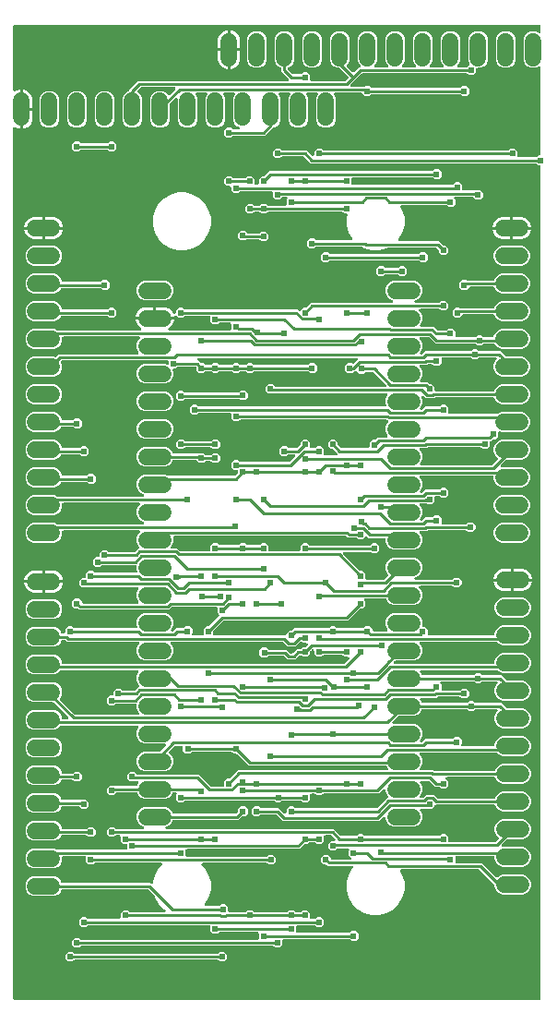
<source format=gbr>
G04 EAGLE Gerber RS-274X export*
G75*
%MOMM*%
%FSLAX34Y34*%
%LPD*%
%INBottom Copper*%
%IPPOS*%
%AMOC8*
5,1,8,0,0,1.08239X$1,22.5*%
G01*
G04 Define Apertures*
%ADD10C,1.524000*%
%ADD11C,0.254000*%
%ADD12C,0.604000*%
G36*
X495035Y11531D02*
X494540Y11430D01*
X12700Y11430D01*
X12242Y11515D01*
X11816Y11788D01*
X11531Y12205D01*
X11430Y12700D01*
X11430Y810425D01*
X11512Y810873D01*
X11781Y811301D01*
X12195Y811590D01*
X12690Y811695D01*
X13186Y811598D01*
X17029Y810006D01*
X17780Y810006D01*
X17780Y845566D01*
X17029Y845566D01*
X13186Y843974D01*
X12740Y843878D01*
X12242Y843963D01*
X11816Y844235D01*
X11531Y844652D01*
X11430Y845147D01*
X11430Y904240D01*
X11515Y904698D01*
X11788Y905124D01*
X12205Y905409D01*
X12700Y905510D01*
X494540Y905510D01*
X494998Y905425D01*
X495424Y905152D01*
X495709Y904735D01*
X495810Y904240D01*
X495810Y899227D01*
X495728Y898778D01*
X495459Y898350D01*
X495045Y898061D01*
X494550Y897957D01*
X494054Y898053D01*
X490769Y899414D01*
X487131Y899414D01*
X483770Y898022D01*
X481198Y895450D01*
X479806Y892089D01*
X479806Y873211D01*
X481198Y869850D01*
X483770Y867278D01*
X487131Y865886D01*
X490769Y865886D01*
X494054Y867247D01*
X494500Y867343D01*
X494998Y867258D01*
X495424Y866986D01*
X495709Y866569D01*
X495810Y866073D01*
X495810Y786864D01*
X495725Y786406D01*
X495452Y785980D01*
X495035Y785695D01*
X494540Y785594D01*
X493418Y785594D01*
X492040Y784216D01*
X491637Y783945D01*
X491142Y783844D01*
X475714Y783844D01*
X475256Y783929D01*
X474830Y784202D01*
X474545Y784619D01*
X474444Y785114D01*
X474444Y789282D01*
X471782Y791944D01*
X468018Y791944D01*
X466640Y790566D01*
X466237Y790295D01*
X465742Y790194D01*
X296258Y790194D01*
X295782Y790287D01*
X295360Y790566D01*
X293982Y791944D01*
X290218Y791944D01*
X287556Y789282D01*
X287556Y786261D01*
X287478Y785823D01*
X287212Y785392D01*
X286800Y785100D01*
X286306Y784992D01*
X285809Y785084D01*
X285388Y785363D01*
X280557Y790194D01*
X258158Y790194D01*
X257682Y790287D01*
X257260Y790566D01*
X255882Y791944D01*
X252118Y791944D01*
X249456Y789282D01*
X249456Y785518D01*
X252118Y782856D01*
X255882Y782856D01*
X257260Y784234D01*
X257663Y784505D01*
X258158Y784606D01*
X277717Y784606D01*
X278193Y784513D01*
X278615Y784234D01*
X284593Y778256D01*
X491142Y778256D01*
X491618Y778163D01*
X492040Y777884D01*
X493418Y776506D01*
X494540Y776506D01*
X494998Y776421D01*
X495424Y776148D01*
X495709Y775731D01*
X495810Y775236D01*
X495810Y12700D01*
X495725Y12242D01*
X495452Y11816D01*
X495035Y11531D01*
G37*
%LPC*%
G36*
X199390Y883920D02*
X208280Y883920D01*
X208280Y900430D01*
X207529Y900430D01*
X203795Y898883D01*
X200937Y896025D01*
X199390Y892291D01*
X199390Y883920D01*
G37*
G36*
X210820Y883920D02*
X219710Y883920D01*
X219710Y892291D01*
X218163Y896025D01*
X215305Y898883D01*
X211571Y900430D01*
X210820Y900430D01*
X210820Y883920D01*
G37*
G36*
X461731Y865886D02*
X465369Y865886D01*
X468730Y867278D01*
X471302Y869850D01*
X472694Y873211D01*
X472694Y892089D01*
X471302Y895450D01*
X468730Y898022D01*
X465369Y899414D01*
X461731Y899414D01*
X458370Y898022D01*
X455798Y895450D01*
X454406Y892089D01*
X454406Y873211D01*
X455798Y869850D01*
X458370Y867278D01*
X461731Y865886D01*
G37*
G36*
X207668Y801906D02*
X211432Y801906D01*
X212810Y803284D01*
X213213Y803555D01*
X213708Y803656D01*
X242457Y803656D01*
X249895Y811094D01*
X250307Y811369D01*
X252830Y812414D01*
X255402Y814986D01*
X256794Y818347D01*
X256794Y837225D01*
X255402Y840586D01*
X255130Y840858D01*
X254875Y841224D01*
X254758Y841716D01*
X254843Y842214D01*
X255115Y842640D01*
X255532Y842925D01*
X256028Y843026D01*
X264672Y843026D01*
X265111Y842948D01*
X265541Y842682D01*
X265834Y842270D01*
X265942Y841776D01*
X265850Y841279D01*
X265570Y840858D01*
X265298Y840586D01*
X263906Y837225D01*
X263906Y818347D01*
X265298Y814986D01*
X267870Y812414D01*
X271231Y811022D01*
X274869Y811022D01*
X278230Y812414D01*
X280802Y814986D01*
X282194Y818347D01*
X282194Y837225D01*
X280802Y840586D01*
X280530Y840858D01*
X280275Y841224D01*
X280158Y841716D01*
X280243Y842214D01*
X280515Y842640D01*
X280932Y842925D01*
X281428Y843026D01*
X290072Y843026D01*
X290511Y842948D01*
X290941Y842682D01*
X291234Y842270D01*
X291342Y841776D01*
X291250Y841279D01*
X290970Y840858D01*
X290698Y840586D01*
X289306Y837225D01*
X289306Y818347D01*
X290698Y814986D01*
X293270Y812414D01*
X296631Y811022D01*
X300269Y811022D01*
X303630Y812414D01*
X306202Y814986D01*
X307594Y818347D01*
X307594Y837225D01*
X306202Y840586D01*
X305930Y840858D01*
X305675Y841224D01*
X305558Y841716D01*
X305643Y842214D01*
X305915Y842640D01*
X306332Y842925D01*
X306828Y843026D01*
X331122Y843026D01*
X331598Y842933D01*
X332020Y842654D01*
X334668Y840006D01*
X338432Y840006D01*
X339810Y841384D01*
X340213Y841655D01*
X340708Y841756D01*
X421292Y841756D01*
X421768Y841663D01*
X422190Y841384D01*
X423568Y840006D01*
X427332Y840006D01*
X429994Y842668D01*
X429994Y846432D01*
X427332Y849094D01*
X423568Y849094D01*
X422190Y847716D01*
X421787Y847445D01*
X421292Y847344D01*
X340708Y847344D01*
X340232Y847437D01*
X339810Y847716D01*
X338432Y849094D01*
X334668Y849094D01*
X334560Y848986D01*
X334157Y848715D01*
X333662Y848614D01*
X322231Y848614D01*
X321793Y848692D01*
X321362Y848958D01*
X321070Y849370D01*
X320962Y849864D01*
X321054Y850361D01*
X321333Y850782D01*
X330985Y860434D01*
X331388Y860705D01*
X331883Y860806D01*
X427642Y860806D01*
X428118Y860713D01*
X428540Y860434D01*
X429918Y859056D01*
X433682Y859056D01*
X436344Y861718D01*
X436344Y864616D01*
X436429Y865074D01*
X436702Y865500D01*
X437119Y865785D01*
X437614Y865886D01*
X439969Y865886D01*
X443330Y867278D01*
X445902Y869850D01*
X447294Y873211D01*
X447294Y892089D01*
X445902Y895450D01*
X443330Y898022D01*
X439969Y899414D01*
X436331Y899414D01*
X432970Y898022D01*
X430398Y895450D01*
X429006Y892089D01*
X429006Y873211D01*
X430432Y869767D01*
X430529Y869302D01*
X430436Y868805D01*
X430157Y868383D01*
X428540Y866766D01*
X428137Y866495D01*
X427642Y866394D01*
X420112Y866394D01*
X419673Y866472D01*
X419243Y866738D01*
X418950Y867150D01*
X418842Y867644D01*
X418934Y868141D01*
X419214Y868562D01*
X420502Y869850D01*
X421894Y873211D01*
X421894Y892089D01*
X420502Y895450D01*
X417930Y898022D01*
X414569Y899414D01*
X410931Y899414D01*
X407570Y898022D01*
X404998Y895450D01*
X403606Y892089D01*
X403606Y873211D01*
X404998Y869850D01*
X406286Y868562D01*
X406541Y868196D01*
X406658Y867704D01*
X406573Y867206D01*
X406301Y866780D01*
X405884Y866495D01*
X405388Y866394D01*
X394712Y866394D01*
X394273Y866472D01*
X393843Y866738D01*
X393550Y867150D01*
X393442Y867644D01*
X393534Y868141D01*
X393814Y868562D01*
X395102Y869850D01*
X396494Y873211D01*
X396494Y892089D01*
X395102Y895450D01*
X392530Y898022D01*
X389169Y899414D01*
X385531Y899414D01*
X382170Y898022D01*
X379598Y895450D01*
X378206Y892089D01*
X378206Y873211D01*
X379598Y869850D01*
X380886Y868562D01*
X381141Y868196D01*
X381258Y867704D01*
X381173Y867206D01*
X380901Y866780D01*
X380484Y866495D01*
X379988Y866394D01*
X369312Y866394D01*
X368873Y866472D01*
X368443Y866738D01*
X368150Y867150D01*
X368042Y867644D01*
X368134Y868141D01*
X368414Y868562D01*
X369702Y869850D01*
X371094Y873211D01*
X371094Y892089D01*
X369702Y895450D01*
X367130Y898022D01*
X363769Y899414D01*
X360131Y899414D01*
X356770Y898022D01*
X354198Y895450D01*
X352806Y892089D01*
X352806Y873211D01*
X354198Y869850D01*
X355486Y868562D01*
X355741Y868196D01*
X355858Y867704D01*
X355773Y867206D01*
X355501Y866780D01*
X355084Y866495D01*
X354588Y866394D01*
X343912Y866394D01*
X343473Y866472D01*
X343043Y866738D01*
X342750Y867150D01*
X342642Y867644D01*
X342734Y868141D01*
X343014Y868562D01*
X344302Y869850D01*
X345694Y873211D01*
X345694Y892089D01*
X344302Y895450D01*
X341730Y898022D01*
X338369Y899414D01*
X334731Y899414D01*
X331370Y898022D01*
X328798Y895450D01*
X327406Y892089D01*
X327406Y873211D01*
X328798Y869850D01*
X330086Y868562D01*
X330341Y868196D01*
X330458Y867704D01*
X330373Y867206D01*
X330101Y866780D01*
X329684Y866495D01*
X329188Y866394D01*
X329043Y866394D01*
X324748Y862099D01*
X324364Y861836D01*
X323870Y861728D01*
X323373Y861820D01*
X322952Y862099D01*
X317949Y867102D01*
X317686Y867486D01*
X317578Y867980D01*
X317670Y868477D01*
X317949Y868898D01*
X318902Y869850D01*
X320294Y873211D01*
X320294Y892089D01*
X318902Y895450D01*
X316330Y898022D01*
X312969Y899414D01*
X309331Y899414D01*
X305970Y898022D01*
X303398Y895450D01*
X302006Y892089D01*
X302006Y873211D01*
X303398Y869850D01*
X305970Y867278D01*
X309331Y865886D01*
X310737Y865886D01*
X311213Y865793D01*
X311635Y865514D01*
X319001Y858148D01*
X319264Y857764D01*
X319372Y857270D01*
X319280Y856773D01*
X319001Y856352D01*
X316715Y854066D01*
X316312Y853795D01*
X315817Y853694D01*
X285214Y853694D01*
X284756Y853779D01*
X284330Y854052D01*
X284045Y854469D01*
X283944Y854964D01*
X283944Y859132D01*
X281282Y861794D01*
X277518Y861794D01*
X276140Y860416D01*
X275737Y860145D01*
X275242Y860044D01*
X268383Y860044D01*
X267907Y860137D01*
X267485Y860416D01*
X263516Y864385D01*
X263245Y864788D01*
X263144Y865283D01*
X263144Y865441D01*
X263233Y865909D01*
X263509Y866332D01*
X263928Y866615D01*
X265530Y867278D01*
X268102Y869850D01*
X269494Y873211D01*
X269494Y892089D01*
X268102Y895450D01*
X265530Y898022D01*
X262169Y899414D01*
X258531Y899414D01*
X255170Y898022D01*
X252598Y895450D01*
X251206Y892089D01*
X251206Y873211D01*
X252598Y869850D01*
X255170Y867278D01*
X256772Y866615D01*
X257170Y866354D01*
X257455Y865937D01*
X257556Y865441D01*
X257556Y862443D01*
X264137Y855862D01*
X264392Y855496D01*
X264508Y855004D01*
X264423Y854506D01*
X264151Y854080D01*
X263734Y853795D01*
X263239Y853694D01*
X125843Y853694D01*
X117856Y845707D01*
X117856Y844995D01*
X117767Y844527D01*
X117491Y844104D01*
X117072Y843821D01*
X115470Y843158D01*
X112898Y840586D01*
X111506Y837225D01*
X111506Y818347D01*
X112898Y814986D01*
X115470Y812414D01*
X118831Y811022D01*
X122469Y811022D01*
X125830Y812414D01*
X128402Y814986D01*
X129794Y818347D01*
X129794Y837225D01*
X128402Y840586D01*
X125830Y843158D01*
X125733Y843198D01*
X125350Y843445D01*
X125057Y843857D01*
X124949Y844351D01*
X125042Y844848D01*
X125321Y845269D01*
X127785Y847734D01*
X128188Y848005D01*
X128683Y848106D01*
X159353Y848106D01*
X159792Y848028D01*
X160222Y847762D01*
X160514Y847350D01*
X160622Y846856D01*
X160530Y846359D01*
X160251Y845938D01*
X155248Y840935D01*
X154864Y840672D01*
X154370Y840564D01*
X153874Y840656D01*
X153452Y840935D01*
X151230Y843158D01*
X147869Y844550D01*
X144231Y844550D01*
X140870Y843158D01*
X138298Y840586D01*
X136906Y837225D01*
X136906Y818347D01*
X138298Y814986D01*
X140870Y812414D01*
X144231Y811022D01*
X147869Y811022D01*
X151230Y812414D01*
X153802Y814986D01*
X155194Y818347D01*
X155194Y832453D01*
X155287Y832929D01*
X155566Y833351D01*
X160138Y837923D01*
X160504Y838178D01*
X160996Y838294D01*
X161494Y838209D01*
X161920Y837937D01*
X162205Y837520D01*
X162306Y837025D01*
X162306Y818347D01*
X163698Y814986D01*
X166270Y812414D01*
X169631Y811022D01*
X173269Y811022D01*
X176630Y812414D01*
X179202Y814986D01*
X180594Y818347D01*
X180594Y837225D01*
X179202Y840586D01*
X178930Y840858D01*
X178675Y841224D01*
X178558Y841716D01*
X178643Y842214D01*
X178915Y842640D01*
X179332Y842925D01*
X179828Y843026D01*
X188472Y843026D01*
X188911Y842948D01*
X189341Y842682D01*
X189634Y842270D01*
X189742Y841776D01*
X189650Y841279D01*
X189370Y840858D01*
X189098Y840586D01*
X187706Y837225D01*
X187706Y818347D01*
X189098Y814986D01*
X191670Y812414D01*
X195031Y811022D01*
X198669Y811022D01*
X202030Y812414D01*
X204602Y814986D01*
X205994Y818347D01*
X205994Y837225D01*
X204602Y840586D01*
X204330Y840858D01*
X204075Y841224D01*
X203958Y841716D01*
X204043Y842214D01*
X204315Y842640D01*
X204732Y842925D01*
X205228Y843026D01*
X213872Y843026D01*
X214311Y842948D01*
X214741Y842682D01*
X215034Y842270D01*
X215142Y841776D01*
X215050Y841279D01*
X214770Y840858D01*
X214498Y840586D01*
X213106Y837225D01*
X213106Y818347D01*
X214498Y814986D01*
X217070Y812414D01*
X218825Y811687D01*
X219193Y811454D01*
X219492Y811046D01*
X219608Y810554D01*
X219524Y810056D01*
X219251Y809630D01*
X218834Y809345D01*
X218339Y809244D01*
X213708Y809244D01*
X213232Y809337D01*
X212810Y809616D01*
X211432Y810994D01*
X207668Y810994D01*
X205006Y808332D01*
X205006Y804568D01*
X207668Y801906D01*
G37*
G36*
X283931Y865886D02*
X287569Y865886D01*
X290930Y867278D01*
X293502Y869850D01*
X294894Y873211D01*
X294894Y892089D01*
X293502Y895450D01*
X290930Y898022D01*
X287569Y899414D01*
X283931Y899414D01*
X280570Y898022D01*
X277998Y895450D01*
X276606Y892089D01*
X276606Y873211D01*
X277998Y869850D01*
X280570Y867278D01*
X283931Y865886D01*
G37*
G36*
X233131Y865886D02*
X236769Y865886D01*
X240130Y867278D01*
X242702Y869850D01*
X244094Y873211D01*
X244094Y892089D01*
X242702Y895450D01*
X240130Y898022D01*
X236769Y899414D01*
X233131Y899414D01*
X229770Y898022D01*
X227198Y895450D01*
X225806Y892089D01*
X225806Y873211D01*
X227198Y869850D01*
X229770Y867278D01*
X233131Y865886D01*
G37*
G36*
X210820Y864870D02*
X211571Y864870D01*
X215305Y866417D01*
X218163Y869275D01*
X219710Y873009D01*
X219710Y881380D01*
X210820Y881380D01*
X210820Y864870D01*
G37*
G36*
X207529Y864870D02*
X208280Y864870D01*
X208280Y881380D01*
X199390Y881380D01*
X199390Y873009D01*
X200937Y869275D01*
X203795Y866417D01*
X207529Y864870D01*
G37*
G36*
X20320Y829056D02*
X29210Y829056D01*
X29210Y837427D01*
X27663Y841161D01*
X24805Y844019D01*
X21071Y845566D01*
X20320Y845566D01*
X20320Y829056D01*
G37*
G36*
X93431Y811022D02*
X97069Y811022D01*
X100430Y812414D01*
X103002Y814986D01*
X104394Y818347D01*
X104394Y837225D01*
X103002Y840586D01*
X100430Y843158D01*
X97069Y844550D01*
X93431Y844550D01*
X90070Y843158D01*
X87498Y840586D01*
X86106Y837225D01*
X86106Y818347D01*
X87498Y814986D01*
X90070Y812414D01*
X93431Y811022D01*
G37*
G36*
X68031Y811022D02*
X71669Y811022D01*
X75030Y812414D01*
X77602Y814986D01*
X78994Y818347D01*
X78994Y837225D01*
X77602Y840586D01*
X75030Y843158D01*
X71669Y844550D01*
X68031Y844550D01*
X64670Y843158D01*
X62098Y840586D01*
X60706Y837225D01*
X60706Y818347D01*
X62098Y814986D01*
X64670Y812414D01*
X68031Y811022D01*
G37*
G36*
X42631Y811022D02*
X46269Y811022D01*
X49630Y812414D01*
X52202Y814986D01*
X53594Y818347D01*
X53594Y837225D01*
X52202Y840586D01*
X49630Y843158D01*
X46269Y844550D01*
X42631Y844550D01*
X39270Y843158D01*
X36698Y840586D01*
X35306Y837225D01*
X35306Y818347D01*
X36698Y814986D01*
X39270Y812414D01*
X42631Y811022D01*
G37*
G36*
X20320Y810006D02*
X21071Y810006D01*
X24805Y811553D01*
X27663Y814411D01*
X29210Y818145D01*
X29210Y826516D01*
X20320Y826516D01*
X20320Y810006D01*
G37*
G36*
X67968Y789206D02*
X71732Y789206D01*
X73110Y790584D01*
X73513Y790855D01*
X74008Y790956D01*
X97442Y790956D01*
X97918Y790863D01*
X98340Y790584D01*
X99718Y789206D01*
X103482Y789206D01*
X106144Y791868D01*
X106144Y795632D01*
X103482Y798294D01*
X99718Y798294D01*
X98340Y796916D01*
X97937Y796645D01*
X97442Y796544D01*
X74008Y796544D01*
X73532Y796637D01*
X73110Y796916D01*
X71732Y798294D01*
X67968Y798294D01*
X65306Y795632D01*
X65306Y791868D01*
X67968Y789206D01*
G37*
G36*
X404518Y693956D02*
X408282Y693956D01*
X410944Y696618D01*
X410944Y700382D01*
X408282Y703044D01*
X406333Y703044D01*
X405857Y703137D01*
X405435Y703416D01*
X402223Y706628D01*
X366051Y706628D01*
X365612Y706706D01*
X365182Y706972D01*
X364889Y707384D01*
X364781Y707878D01*
X364873Y708375D01*
X365152Y708796D01*
X365307Y708951D01*
X368785Y714974D01*
X370585Y721692D01*
X370585Y728648D01*
X368785Y735366D01*
X367119Y738251D01*
X366950Y738846D01*
X367034Y739344D01*
X367307Y739770D01*
X367724Y740055D01*
X368219Y740156D01*
X408592Y740156D01*
X409068Y740063D01*
X409490Y739784D01*
X410868Y738406D01*
X414632Y738406D01*
X417294Y741068D01*
X417294Y744832D01*
X416518Y745608D01*
X416263Y745974D01*
X416147Y746466D01*
X416232Y746964D01*
X416504Y747390D01*
X416921Y747675D01*
X417416Y747776D01*
X432722Y747776D01*
X433198Y747683D01*
X433620Y747404D01*
X436268Y744756D01*
X440032Y744756D01*
X442694Y747418D01*
X442694Y751182D01*
X440032Y753844D01*
X436268Y753844D01*
X436160Y753736D01*
X435757Y753465D01*
X435262Y753364D01*
X424914Y753364D01*
X424456Y753449D01*
X424030Y753722D01*
X423745Y754139D01*
X423644Y754634D01*
X423644Y758266D01*
X420982Y760928D01*
X417218Y760928D01*
X415106Y758816D01*
X414703Y758545D01*
X414208Y758444D01*
X323314Y758444D01*
X322856Y758529D01*
X322430Y758802D01*
X322145Y759219D01*
X322044Y759714D01*
X322044Y764286D01*
X322129Y764744D01*
X322402Y765170D01*
X322819Y765455D01*
X323314Y765556D01*
X395892Y765556D01*
X396368Y765463D01*
X396790Y765184D01*
X398168Y763806D01*
X401932Y763806D01*
X404594Y766468D01*
X404594Y770232D01*
X401932Y772894D01*
X398168Y772894D01*
X396790Y771516D01*
X396387Y771245D01*
X395892Y771144D01*
X246493Y771144D01*
X242265Y766916D01*
X241862Y766645D01*
X241367Y766544D01*
X239418Y766544D01*
X236756Y763882D01*
X236756Y759714D01*
X236671Y759256D01*
X236398Y758830D01*
X235981Y758545D01*
X235486Y758444D01*
X234414Y758444D01*
X233956Y758529D01*
X233530Y758802D01*
X233245Y759219D01*
X233144Y759714D01*
X233144Y763882D01*
X230482Y766544D01*
X226718Y766544D01*
X225340Y765166D01*
X224937Y764895D01*
X224442Y764794D01*
X213708Y764794D01*
X213232Y764887D01*
X212810Y765166D01*
X211432Y766544D01*
X207668Y766544D01*
X205006Y763882D01*
X205006Y760118D01*
X207668Y757456D01*
X210086Y757456D01*
X210544Y757371D01*
X210970Y757098D01*
X211255Y756681D01*
X211356Y756186D01*
X211356Y753768D01*
X214018Y751106D01*
X217782Y751106D01*
X219160Y752484D01*
X219563Y752755D01*
X220058Y752856D01*
X248186Y752856D01*
X248644Y752771D01*
X249070Y752498D01*
X249355Y752081D01*
X249456Y751586D01*
X249456Y747418D01*
X252118Y744756D01*
X255882Y744756D01*
X258530Y747404D01*
X258933Y747675D01*
X259428Y747776D01*
X262034Y747776D01*
X262473Y747698D01*
X262903Y747432D01*
X263195Y747020D01*
X263304Y746526D01*
X263211Y746029D01*
X262932Y745608D01*
X262156Y744832D01*
X262156Y740664D01*
X262071Y740206D01*
X261798Y739780D01*
X261381Y739495D01*
X260886Y739394D01*
X245458Y739394D01*
X244982Y739487D01*
X244560Y739766D01*
X243182Y741144D01*
X239418Y741144D01*
X238040Y739766D01*
X237637Y739495D01*
X237142Y739394D01*
X232758Y739394D01*
X232282Y739487D01*
X231860Y739766D01*
X230482Y741144D01*
X226718Y741144D01*
X224056Y738482D01*
X224056Y734718D01*
X226718Y732056D01*
X230482Y732056D01*
X231860Y733434D01*
X232263Y733705D01*
X232758Y733806D01*
X237142Y733806D01*
X237618Y733713D01*
X238040Y733434D01*
X239418Y732056D01*
X243182Y732056D01*
X244560Y733434D01*
X244963Y733705D01*
X245458Y733806D01*
X313342Y733806D01*
X313818Y733713D01*
X314240Y733434D01*
X315618Y732056D01*
X317013Y732056D01*
X317303Y732023D01*
X317762Y731812D01*
X318103Y731438D01*
X318271Y730962D01*
X318240Y730457D01*
X317755Y728648D01*
X317755Y721692D01*
X319555Y714974D01*
X322687Y709549D01*
X322857Y708954D01*
X322772Y708456D01*
X322500Y708030D01*
X322083Y707745D01*
X321588Y707644D01*
X289908Y707644D01*
X289432Y707737D01*
X289010Y708016D01*
X287632Y709394D01*
X283868Y709394D01*
X281206Y706732D01*
X281206Y702968D01*
X283868Y700306D01*
X287632Y700306D01*
X289010Y701684D01*
X289413Y701955D01*
X289908Y702056D01*
X331034Y702056D01*
X331669Y701886D01*
X333974Y700555D01*
X340692Y698755D01*
X347648Y698755D01*
X354366Y700555D01*
X354911Y700870D01*
X355546Y701040D01*
X399383Y701040D01*
X399859Y700947D01*
X400281Y700668D01*
X401484Y699465D01*
X401755Y699062D01*
X401856Y698567D01*
X401856Y696618D01*
X404518Y693956D01*
G37*
G36*
X162892Y698755D02*
X169848Y698755D01*
X176566Y700555D01*
X182589Y704033D01*
X187507Y708951D01*
X190985Y714974D01*
X192785Y721692D01*
X192785Y728648D01*
X190985Y735366D01*
X187507Y741389D01*
X182589Y746307D01*
X176566Y749785D01*
X169848Y751585D01*
X162892Y751585D01*
X156174Y749785D01*
X150151Y746307D01*
X145233Y741389D01*
X141755Y735366D01*
X139955Y728648D01*
X139955Y721692D01*
X141755Y714974D01*
X145233Y708951D01*
X150151Y704033D01*
X156174Y700555D01*
X162892Y698755D01*
G37*
G36*
X21590Y720090D02*
X38100Y720090D01*
X38100Y728980D01*
X29729Y728980D01*
X25995Y727433D01*
X23137Y724575D01*
X21590Y720841D01*
X21590Y720090D01*
G37*
G36*
X40640Y720090D02*
X57150Y720090D01*
X57150Y720841D01*
X55603Y724575D01*
X52745Y727433D01*
X49011Y728980D01*
X40640Y728980D01*
X40640Y720090D01*
G37*
G36*
X470410Y720090D02*
X486920Y720090D01*
X486920Y720841D01*
X485373Y724575D01*
X482515Y727433D01*
X478781Y728980D01*
X470410Y728980D01*
X470410Y720090D01*
G37*
G36*
X451360Y720090D02*
X467870Y720090D01*
X467870Y728980D01*
X459499Y728980D01*
X455765Y727433D01*
X452907Y724575D01*
X451360Y720841D01*
X451360Y720090D01*
G37*
G36*
X470410Y708660D02*
X478781Y708660D01*
X482515Y710207D01*
X485373Y713065D01*
X486920Y716799D01*
X486920Y717550D01*
X470410Y717550D01*
X470410Y708660D01*
G37*
G36*
X459499Y708660D02*
X467870Y708660D01*
X467870Y717550D01*
X451360Y717550D01*
X451360Y716799D01*
X452907Y713065D01*
X455765Y710207D01*
X459499Y708660D01*
G37*
G36*
X40640Y708660D02*
X49011Y708660D01*
X52745Y710207D01*
X55603Y713065D01*
X57150Y716799D01*
X57150Y717550D01*
X40640Y717550D01*
X40640Y708660D01*
G37*
G36*
X29729Y708660D02*
X38100Y708660D01*
X38100Y717550D01*
X21590Y717550D01*
X21590Y716799D01*
X23137Y713065D01*
X25995Y710207D01*
X29729Y708660D01*
G37*
G36*
X239418Y706656D02*
X243182Y706656D01*
X245844Y709318D01*
X245844Y713082D01*
X243182Y715744D01*
X239418Y715744D01*
X238040Y714366D01*
X237637Y714095D01*
X237142Y713994D01*
X227261Y713994D01*
X226784Y714087D01*
X226363Y714366D01*
X224132Y716596D01*
X220368Y716596D01*
X217706Y713935D01*
X217706Y710170D01*
X220368Y707508D01*
X224132Y707508D01*
X224658Y708034D01*
X225061Y708305D01*
X225556Y708406D01*
X237142Y708406D01*
X237618Y708313D01*
X238040Y708034D01*
X239418Y706656D01*
G37*
G36*
X459701Y684276D02*
X478579Y684276D01*
X481940Y685668D01*
X484512Y688240D01*
X485904Y691601D01*
X485904Y695239D01*
X484512Y698600D01*
X481940Y701172D01*
X478579Y702564D01*
X459701Y702564D01*
X456340Y701172D01*
X453768Y698600D01*
X452376Y695239D01*
X452376Y691601D01*
X453768Y688240D01*
X456340Y685668D01*
X459701Y684276D01*
G37*
G36*
X29931Y684276D02*
X48809Y684276D01*
X52170Y685668D01*
X54742Y688240D01*
X56134Y691601D01*
X56134Y695239D01*
X54742Y698600D01*
X52170Y701172D01*
X48809Y702564D01*
X29931Y702564D01*
X26570Y701172D01*
X23998Y698600D01*
X22606Y695239D01*
X22606Y691601D01*
X23998Y688240D01*
X26570Y685668D01*
X29931Y684276D01*
G37*
G36*
X296568Y687606D02*
X300332Y687606D01*
X301710Y688984D01*
X302113Y689255D01*
X302608Y689356D01*
X383192Y689356D01*
X383668Y689263D01*
X384090Y688984D01*
X385468Y687606D01*
X389232Y687606D01*
X391894Y690268D01*
X391894Y694032D01*
X389232Y696694D01*
X385468Y696694D01*
X384090Y695316D01*
X383687Y695045D01*
X383192Y694944D01*
X302608Y694944D01*
X302132Y695037D01*
X301710Y695316D01*
X300332Y696694D01*
X296568Y696694D01*
X293906Y694032D01*
X293906Y690268D01*
X296568Y687606D01*
G37*
G36*
X347368Y674906D02*
X351132Y674906D01*
X352510Y676284D01*
X352913Y676555D01*
X353408Y676656D01*
X364142Y676656D01*
X364618Y676563D01*
X365040Y676284D01*
X366418Y674906D01*
X370182Y674906D01*
X372844Y677568D01*
X372844Y681332D01*
X370182Y683994D01*
X366418Y683994D01*
X365040Y682616D01*
X364637Y682345D01*
X364142Y682244D01*
X353408Y682244D01*
X352932Y682337D01*
X352510Y682616D01*
X351132Y683994D01*
X347368Y683994D01*
X344706Y681332D01*
X344706Y677568D01*
X347368Y674906D01*
G37*
G36*
X459701Y658876D02*
X478579Y658876D01*
X481940Y660268D01*
X484512Y662840D01*
X485904Y666201D01*
X485904Y669839D01*
X484512Y673200D01*
X481940Y675772D01*
X478579Y677164D01*
X459701Y677164D01*
X456340Y675772D01*
X453768Y673200D01*
X453105Y671598D01*
X452844Y671200D01*
X452427Y670915D01*
X451931Y670814D01*
X428338Y670814D01*
X427862Y670907D01*
X427440Y671186D01*
X427332Y671294D01*
X423568Y671294D01*
X420906Y668632D01*
X420906Y664868D01*
X423568Y662206D01*
X427332Y662206D01*
X429980Y664854D01*
X430383Y665125D01*
X430878Y665226D01*
X451931Y665226D01*
X452399Y665137D01*
X452822Y664861D01*
X453105Y664442D01*
X453768Y662840D01*
X456340Y660268D01*
X459701Y658876D01*
G37*
G36*
X29931Y658876D02*
X48809Y658876D01*
X52170Y660268D01*
X54742Y662840D01*
X54879Y663172D01*
X55140Y663570D01*
X55557Y663855D01*
X56053Y663956D01*
X91092Y663956D01*
X91568Y663863D01*
X91990Y663584D01*
X93368Y662206D01*
X97132Y662206D01*
X99794Y664868D01*
X99794Y668632D01*
X97132Y671294D01*
X93368Y671294D01*
X91990Y669916D01*
X91587Y669645D01*
X91092Y669544D01*
X57105Y669544D01*
X56637Y669633D01*
X56214Y669909D01*
X55931Y670328D01*
X54742Y673200D01*
X52170Y675772D01*
X48809Y677164D01*
X29931Y677164D01*
X26570Y675772D01*
X23998Y673200D01*
X22606Y669839D01*
X22606Y666201D01*
X23998Y662840D01*
X26570Y660268D01*
X29931Y658876D01*
G37*
G36*
X131931Y652526D02*
X150809Y652526D01*
X154170Y653918D01*
X156742Y656490D01*
X158134Y659851D01*
X158134Y663489D01*
X156742Y666850D01*
X154170Y669422D01*
X150809Y670814D01*
X131931Y670814D01*
X128570Y669422D01*
X125998Y666850D01*
X124606Y663489D01*
X124606Y659851D01*
X125998Y656490D01*
X128570Y653918D01*
X131931Y652526D01*
G37*
G36*
X360531Y169926D02*
X379409Y169926D01*
X382770Y171318D01*
X385342Y173890D01*
X386734Y177251D01*
X386734Y180889D01*
X385342Y184250D01*
X385070Y184522D01*
X384815Y184888D01*
X384698Y185380D01*
X384783Y185878D01*
X385055Y186304D01*
X385472Y186589D01*
X385968Y186690D01*
X390558Y186690D01*
X391034Y186597D01*
X391456Y186318D01*
X391818Y185956D01*
X395582Y185956D01*
X398244Y188618D01*
X398244Y188976D01*
X398329Y189434D01*
X398602Y189860D01*
X399019Y190145D01*
X399514Y190246D01*
X452691Y190246D01*
X453159Y190157D01*
X453582Y189881D01*
X453865Y189462D01*
X454528Y187860D01*
X457100Y185288D01*
X460461Y183896D01*
X479339Y183896D01*
X482700Y185288D01*
X485272Y187860D01*
X486664Y191221D01*
X486664Y194859D01*
X485272Y198220D01*
X482700Y200792D01*
X479339Y202184D01*
X460461Y202184D01*
X457100Y200792D01*
X454528Y198220D01*
X453865Y196618D01*
X453604Y196220D01*
X453187Y195935D01*
X452691Y195834D01*
X401066Y195834D01*
X400589Y195927D01*
X400168Y196206D01*
X397266Y199108D01*
X390134Y199108D01*
X387740Y196714D01*
X387338Y196443D01*
X386842Y196342D01*
X385460Y196342D01*
X385021Y196420D01*
X384591Y196686D01*
X384298Y197098D01*
X384190Y197592D01*
X384282Y198089D01*
X384562Y198510D01*
X385342Y199290D01*
X386734Y202651D01*
X386734Y206289D01*
X385342Y209650D01*
X385070Y209922D01*
X384815Y210288D01*
X384698Y210780D01*
X384783Y211278D01*
X385055Y211704D01*
X385472Y211989D01*
X385968Y212090D01*
X392520Y212090D01*
X392997Y211997D01*
X393418Y211718D01*
X398380Y206756D01*
X402242Y206756D01*
X402718Y206663D01*
X403140Y206384D01*
X404518Y205006D01*
X408282Y205006D01*
X410944Y207668D01*
X410944Y211432D01*
X408898Y213478D01*
X408643Y213844D01*
X408527Y214336D01*
X408612Y214834D01*
X408884Y215260D01*
X409301Y215545D01*
X409796Y215646D01*
X452691Y215646D01*
X453159Y215557D01*
X453582Y215281D01*
X453865Y214862D01*
X454528Y213260D01*
X457100Y210688D01*
X460461Y209296D01*
X479339Y209296D01*
X482700Y210688D01*
X485272Y213260D01*
X486664Y216621D01*
X486664Y220259D01*
X485272Y223620D01*
X482700Y226192D01*
X479339Y227584D01*
X460461Y227584D01*
X457100Y226192D01*
X454528Y223620D01*
X453865Y222018D01*
X453604Y221620D01*
X453187Y221335D01*
X452691Y221234D01*
X398078Y221234D01*
X397602Y221327D01*
X397180Y221606D01*
X397044Y221742D01*
X385460Y221742D01*
X385021Y221820D01*
X384591Y222086D01*
X384298Y222498D01*
X384190Y222992D01*
X384282Y223489D01*
X384562Y223910D01*
X385342Y224690D01*
X386734Y228051D01*
X386734Y231689D01*
X385342Y235050D01*
X384562Y235830D01*
X384307Y236196D01*
X384190Y236688D01*
X384275Y237186D01*
X384547Y237612D01*
X384964Y237897D01*
X385460Y237998D01*
X454664Y237998D01*
X455141Y237905D01*
X455562Y237626D01*
X457100Y236088D01*
X460461Y234696D01*
X479339Y234696D01*
X482700Y236088D01*
X485272Y238660D01*
X486664Y242021D01*
X486664Y245659D01*
X485272Y249020D01*
X482700Y251592D01*
X479339Y252984D01*
X460461Y252984D01*
X457100Y251592D01*
X454528Y249020D01*
X453136Y245659D01*
X453136Y244856D01*
X453051Y244398D01*
X452778Y243972D01*
X452361Y243687D01*
X451866Y243586D01*
X423992Y243586D01*
X423553Y243664D01*
X423123Y243930D01*
X422831Y244342D01*
X422722Y244836D01*
X422815Y245333D01*
X423094Y245754D01*
X423108Y245768D01*
X423108Y249532D01*
X420446Y252194D01*
X416682Y252194D01*
X415304Y250816D01*
X414901Y250545D01*
X414406Y250444D01*
X389490Y250444D01*
X387068Y248022D01*
X386666Y247751D01*
X386170Y247650D01*
X385968Y247650D01*
X385529Y247728D01*
X385099Y247994D01*
X384806Y248406D01*
X384698Y248900D01*
X384790Y249397D01*
X385070Y249818D01*
X385342Y250090D01*
X386734Y253451D01*
X386734Y257089D01*
X385342Y260450D01*
X382770Y263022D01*
X379409Y264414D01*
X360731Y264414D01*
X360293Y264492D01*
X359862Y264758D01*
X359570Y265170D01*
X359462Y265664D01*
X359554Y266161D01*
X359833Y266582D01*
X364405Y271154D01*
X364808Y271425D01*
X365303Y271526D01*
X379409Y271526D01*
X382770Y272918D01*
X385342Y275490D01*
X386005Y277092D01*
X386266Y277490D01*
X386683Y277775D01*
X387179Y277876D01*
X427642Y277876D01*
X428118Y277783D01*
X428540Y277504D01*
X429918Y276126D01*
X433682Y276126D01*
X435060Y277504D01*
X435463Y277775D01*
X435958Y277876D01*
X454918Y277876D01*
X455357Y277798D01*
X455787Y277532D01*
X456080Y277120D01*
X456188Y276626D01*
X456096Y276129D01*
X455816Y275708D01*
X454528Y274420D01*
X453136Y271059D01*
X453136Y267421D01*
X454528Y264060D01*
X457100Y261488D01*
X460461Y260096D01*
X479339Y260096D01*
X482700Y261488D01*
X485272Y264060D01*
X486664Y267421D01*
X486664Y271059D01*
X485272Y274420D01*
X482700Y276992D01*
X479339Y278384D01*
X465233Y278384D01*
X464757Y278477D01*
X464335Y278756D01*
X459763Y283328D01*
X459559Y283621D01*
X459477Y283565D01*
X458982Y283464D01*
X435958Y283464D01*
X435482Y283557D01*
X435060Y283836D01*
X433682Y285214D01*
X429918Y285214D01*
X428540Y283836D01*
X428137Y283565D01*
X427642Y283464D01*
X387179Y283464D01*
X386711Y283553D01*
X386288Y283829D01*
X386005Y284248D01*
X385342Y285850D01*
X385070Y286122D01*
X384815Y286488D01*
X384698Y286980D01*
X384783Y287478D01*
X385055Y287904D01*
X385472Y288189D01*
X385968Y288290D01*
X399589Y288290D01*
X400233Y288934D01*
X400635Y289205D01*
X401131Y289306D01*
X421292Y289306D01*
X421768Y289213D01*
X422190Y288934D01*
X423568Y287556D01*
X427332Y287556D01*
X429994Y290218D01*
X429994Y293982D01*
X427332Y296644D01*
X423568Y296644D01*
X422190Y295266D01*
X421787Y294995D01*
X421292Y294894D01*
X405864Y294894D01*
X405406Y294979D01*
X404980Y295252D01*
X404695Y295669D01*
X404594Y296164D01*
X404594Y300332D01*
X403818Y301108D01*
X403563Y301474D01*
X403447Y301966D01*
X403532Y302464D01*
X403804Y302890D01*
X404221Y303175D01*
X404716Y303276D01*
X433992Y303276D01*
X434468Y303183D01*
X434890Y302904D01*
X436268Y301526D01*
X440032Y301526D01*
X441410Y302904D01*
X441813Y303175D01*
X442308Y303276D01*
X454918Y303276D01*
X455357Y303198D01*
X455787Y302932D01*
X456080Y302520D01*
X456188Y302026D01*
X456096Y301529D01*
X455816Y301108D01*
X454528Y299820D01*
X453136Y296459D01*
X453136Y292821D01*
X454528Y289460D01*
X457100Y286888D01*
X459468Y285907D01*
X459836Y285674D01*
X460083Y285338D01*
X460166Y285395D01*
X460661Y285496D01*
X479339Y285496D01*
X482700Y286888D01*
X485272Y289460D01*
X486664Y292821D01*
X486664Y296459D01*
X485272Y299820D01*
X482700Y302392D01*
X479339Y303784D01*
X465233Y303784D01*
X464757Y303877D01*
X464335Y304156D01*
X459763Y308728D01*
X459559Y309021D01*
X459477Y308965D01*
X458982Y308864D01*
X442308Y308864D01*
X441832Y308957D01*
X441410Y309236D01*
X440032Y310614D01*
X436268Y310614D01*
X434890Y309236D01*
X434487Y308965D01*
X433992Y308864D01*
X387179Y308864D01*
X386711Y308953D01*
X386288Y309229D01*
X386005Y309648D01*
X385342Y311250D01*
X385070Y311522D01*
X384815Y311888D01*
X384698Y312380D01*
X384783Y312878D01*
X385055Y313304D01*
X385472Y313589D01*
X385968Y313690D01*
X455172Y313690D01*
X455649Y313597D01*
X456070Y313318D01*
X457100Y312288D01*
X459468Y311307D01*
X459836Y311074D01*
X460083Y310738D01*
X460166Y310795D01*
X460661Y310896D01*
X479339Y310896D01*
X482700Y312288D01*
X485272Y314860D01*
X486664Y318221D01*
X486664Y321859D01*
X485272Y325220D01*
X482700Y327792D01*
X479339Y329184D01*
X460461Y329184D01*
X457100Y327792D01*
X454528Y325220D01*
X453136Y321859D01*
X453136Y320548D01*
X453051Y320090D01*
X452778Y319664D01*
X452361Y319379D01*
X451866Y319278D01*
X361700Y319278D01*
X361262Y319356D01*
X360831Y319622D01*
X360539Y320034D01*
X360431Y320528D01*
X360523Y321025D01*
X360802Y321446D01*
X361310Y321954D01*
X361713Y322225D01*
X362208Y322326D01*
X379409Y322326D01*
X382770Y323718D01*
X385342Y326290D01*
X386734Y329651D01*
X386734Y333289D01*
X385342Y336650D01*
X384562Y337430D01*
X384307Y337796D01*
X384190Y338288D01*
X384275Y338786D01*
X384547Y339212D01*
X384964Y339497D01*
X385460Y339598D01*
X454664Y339598D01*
X455141Y339505D01*
X455562Y339226D01*
X457100Y337688D01*
X460461Y336296D01*
X479339Y336296D01*
X482700Y337688D01*
X485272Y340260D01*
X486664Y343621D01*
X486664Y347259D01*
X485272Y350620D01*
X482700Y353192D01*
X479339Y354584D01*
X460461Y354584D01*
X457100Y353192D01*
X454528Y350620D01*
X453136Y347259D01*
X453136Y346456D01*
X453051Y345998D01*
X452778Y345572D01*
X452361Y345287D01*
X451866Y345186D01*
X393164Y345186D01*
X392706Y345271D01*
X392280Y345544D01*
X391995Y345961D01*
X391894Y346456D01*
X391894Y350596D01*
X389232Y353258D01*
X387892Y353258D01*
X387444Y353340D01*
X387016Y353609D01*
X386727Y354023D01*
X386622Y354518D01*
X386719Y355014D01*
X386734Y355051D01*
X386734Y358689D01*
X385342Y362050D01*
X382770Y364622D01*
X379409Y366014D01*
X360531Y366014D01*
X357170Y364622D01*
X354598Y362050D01*
X353206Y358689D01*
X353206Y355051D01*
X354598Y351690D01*
X354870Y351418D01*
X355125Y351052D01*
X355242Y350560D01*
X355157Y350062D01*
X354885Y349636D01*
X354468Y349351D01*
X353972Y349250D01*
X342364Y349250D01*
X341906Y349335D01*
X341480Y349608D01*
X341195Y350025D01*
X341094Y350520D01*
X341094Y351132D01*
X338432Y353794D01*
X334668Y353794D01*
X333290Y352416D01*
X332887Y352145D01*
X332392Y352044D01*
X308958Y352044D01*
X308482Y352137D01*
X308060Y352416D01*
X306682Y353794D01*
X302918Y353794D01*
X301540Y352416D01*
X301137Y352145D01*
X300642Y352044D01*
X269353Y352044D01*
X267665Y350356D01*
X267262Y350085D01*
X266767Y349984D01*
X264818Y349984D01*
X262156Y347322D01*
X262156Y346456D01*
X262071Y345998D01*
X261798Y345572D01*
X261381Y345287D01*
X260886Y345186D01*
X195928Y345186D01*
X195489Y345264D01*
X195059Y345530D01*
X194767Y345942D01*
X194658Y346436D01*
X194751Y346933D01*
X195030Y347354D01*
X195044Y347368D01*
X195044Y349317D01*
X195137Y349793D01*
X195416Y350215D01*
X203985Y358784D01*
X204388Y359055D01*
X204883Y359156D01*
X318657Y359156D01*
X329235Y369734D01*
X329638Y370005D01*
X330133Y370106D01*
X332082Y370106D01*
X334744Y372768D01*
X334744Y376532D01*
X333968Y377308D01*
X333713Y377674D01*
X333597Y378166D01*
X333682Y378664D01*
X333954Y379090D01*
X334371Y379375D01*
X334866Y379476D01*
X352761Y379476D01*
X353229Y379387D01*
X353652Y379111D01*
X353935Y378692D01*
X354598Y377090D01*
X357170Y374518D01*
X360531Y373126D01*
X379409Y373126D01*
X382770Y374518D01*
X385342Y377090D01*
X386734Y380451D01*
X386734Y384089D01*
X385342Y387450D01*
X384054Y388738D01*
X383799Y389104D01*
X383682Y389596D01*
X383767Y390094D01*
X384039Y390520D01*
X384456Y390805D01*
X384952Y390906D01*
X414406Y390906D01*
X414882Y390813D01*
X415304Y390534D01*
X416682Y389156D01*
X420446Y389156D01*
X423108Y391818D01*
X423108Y395582D01*
X420446Y398244D01*
X416682Y398244D01*
X415304Y396866D01*
X414901Y396595D01*
X414406Y396494D01*
X380888Y396494D01*
X380459Y396569D01*
X380026Y396831D01*
X379731Y397241D01*
X379618Y397734D01*
X379707Y398231D01*
X379983Y398655D01*
X380402Y398937D01*
X382770Y399918D01*
X385342Y402490D01*
X386734Y405851D01*
X386734Y409489D01*
X385342Y412850D01*
X382770Y415422D01*
X379409Y416814D01*
X360531Y416814D01*
X357170Y415422D01*
X354598Y412850D01*
X353206Y409489D01*
X353206Y405851D01*
X354598Y402490D01*
X355273Y401815D01*
X355536Y401431D01*
X355645Y400938D01*
X355552Y400441D01*
X355273Y400019D01*
X352120Y396866D01*
X351717Y396595D01*
X351222Y396494D01*
X336014Y396494D01*
X335556Y396579D01*
X335130Y396852D01*
X334845Y397269D01*
X334744Y397764D01*
X334744Y401818D01*
X332082Y404480D01*
X330133Y404480D01*
X329657Y404573D01*
X329235Y404852D01*
X314249Y419838D01*
X313994Y420204D01*
X313878Y420696D01*
X313963Y421194D01*
X314235Y421620D01*
X314652Y421905D01*
X315147Y422006D01*
X339392Y422006D01*
X339868Y421913D01*
X340290Y421634D01*
X341018Y420906D01*
X344782Y420906D01*
X347444Y423568D01*
X347444Y427332D01*
X344782Y429994D01*
X341018Y429994D01*
X338990Y427966D01*
X338587Y427695D01*
X338092Y427594D01*
X284208Y427594D01*
X283732Y427687D01*
X283310Y427966D01*
X281282Y429994D01*
X277518Y429994D01*
X274856Y427332D01*
X274856Y423700D01*
X274771Y423242D01*
X274498Y422816D01*
X274081Y422531D01*
X273586Y422430D01*
X247114Y422430D01*
X246656Y422515D01*
X246230Y422788D01*
X245945Y423205D01*
X245844Y423700D01*
X245844Y427332D01*
X243182Y429994D01*
X239418Y429994D01*
X238040Y428616D01*
X237637Y428345D01*
X237142Y428244D01*
X226408Y428244D01*
X225932Y428337D01*
X225510Y428616D01*
X224132Y429994D01*
X220368Y429994D01*
X218990Y428616D01*
X218587Y428345D01*
X218092Y428244D01*
X201008Y428244D01*
X200532Y428337D01*
X200110Y428616D01*
X198732Y429994D01*
X194968Y429994D01*
X192306Y427332D01*
X192306Y423700D01*
X192221Y423242D01*
X191948Y422816D01*
X191531Y422531D01*
X191036Y422430D01*
X165132Y422430D01*
X164656Y422523D01*
X164234Y422802D01*
X162094Y424942D01*
X156860Y424942D01*
X156421Y425020D01*
X155991Y425286D01*
X155698Y425698D01*
X155590Y426192D01*
X155682Y426689D01*
X155962Y427110D01*
X156742Y427890D01*
X158134Y431251D01*
X158134Y434906D01*
X158046Y435316D01*
X158131Y435814D01*
X158403Y436240D01*
X158820Y436525D01*
X159315Y436626D01*
X316350Y436626D01*
X316826Y436533D01*
X317248Y436254D01*
X318146Y435356D01*
X326042Y435356D01*
X326518Y435263D01*
X326940Y434984D01*
X328318Y433606D01*
X332082Y433606D01*
X334651Y436174D01*
X335035Y436438D01*
X335528Y436546D01*
X336025Y436453D01*
X336447Y436174D01*
X337801Y434820D01*
X351936Y434820D01*
X352394Y434735D01*
X352820Y434462D01*
X353105Y434045D01*
X353206Y433550D01*
X353206Y431251D01*
X354598Y427890D01*
X357170Y425318D01*
X360531Y423926D01*
X379409Y423926D01*
X382770Y425318D01*
X385342Y427890D01*
X386734Y431251D01*
X386734Y434889D01*
X385342Y438250D01*
X384562Y439030D01*
X384307Y439396D01*
X384190Y439888D01*
X384275Y440386D01*
X384547Y440812D01*
X384964Y441097D01*
X385460Y441198D01*
X390694Y441198D01*
X390830Y441334D01*
X391233Y441605D01*
X391728Y441706D01*
X427106Y441706D01*
X427582Y441613D01*
X428004Y441334D01*
X429382Y439956D01*
X433146Y439956D01*
X435808Y442618D01*
X435808Y446382D01*
X433146Y449044D01*
X429382Y449044D01*
X428004Y447666D01*
X427601Y447395D01*
X427106Y447294D01*
X405864Y447294D01*
X405406Y447379D01*
X404980Y447652D01*
X404695Y448069D01*
X404594Y448564D01*
X404594Y452732D01*
X401932Y455394D01*
X398168Y455394D01*
X396790Y454016D01*
X396387Y453745D01*
X395892Y453644D01*
X389490Y453644D01*
X387068Y451222D01*
X386666Y450951D01*
X386170Y450850D01*
X385968Y450850D01*
X385529Y450928D01*
X385099Y451194D01*
X384806Y451606D01*
X384698Y452100D01*
X384790Y452597D01*
X385070Y453018D01*
X385342Y453290D01*
X386734Y456651D01*
X386734Y460289D01*
X385342Y463650D01*
X384562Y464430D01*
X384307Y464796D01*
X384190Y465288D01*
X384275Y465786D01*
X384547Y466212D01*
X384964Y466497D01*
X385460Y466598D01*
X390050Y466598D01*
X390526Y466505D01*
X390948Y466226D01*
X391818Y465356D01*
X395582Y465356D01*
X398244Y468018D01*
X398244Y472186D01*
X398329Y472644D01*
X398602Y473070D01*
X399019Y473355D01*
X399514Y473456D01*
X402242Y473456D01*
X402718Y473363D01*
X403140Y473084D01*
X404518Y471706D01*
X408282Y471706D01*
X410944Y474368D01*
X410944Y478132D01*
X408282Y480794D01*
X404518Y480794D01*
X403140Y479416D01*
X402737Y479145D01*
X402242Y479044D01*
X389490Y479044D01*
X387068Y476622D01*
X386666Y476351D01*
X386170Y476250D01*
X385968Y476250D01*
X385529Y476328D01*
X385099Y476594D01*
X384806Y477006D01*
X384698Y477500D01*
X384790Y477997D01*
X385070Y478418D01*
X385342Y478690D01*
X386734Y482051D01*
X386734Y485689D01*
X385342Y489050D01*
X384562Y489830D01*
X384307Y490196D01*
X384190Y490688D01*
X384275Y491186D01*
X384547Y491612D01*
X384964Y491897D01*
X385460Y491998D01*
X451106Y491998D01*
X451564Y491913D01*
X451990Y491640D01*
X452275Y491223D01*
X452376Y490728D01*
X452376Y488401D01*
X453768Y485040D01*
X456340Y482468D01*
X459701Y481076D01*
X478579Y481076D01*
X481940Y482468D01*
X484512Y485040D01*
X485904Y488401D01*
X485904Y492039D01*
X484512Y495400D01*
X481940Y497972D01*
X478579Y499364D01*
X459901Y499364D01*
X459463Y499442D01*
X459032Y499708D01*
X458740Y500120D01*
X458632Y500614D01*
X458724Y501111D01*
X459003Y501532D01*
X463575Y506104D01*
X463978Y506375D01*
X464473Y506476D01*
X478579Y506476D01*
X481940Y507868D01*
X484512Y510440D01*
X485904Y513801D01*
X485904Y517439D01*
X484512Y520800D01*
X481940Y523372D01*
X478579Y524764D01*
X459701Y524764D01*
X456340Y523372D01*
X453768Y520800D01*
X452376Y517439D01*
X452376Y513801D01*
X453768Y510440D01*
X455991Y508218D01*
X456254Y507834D01*
X456362Y507340D01*
X456270Y506843D01*
X455991Y506422D01*
X451591Y502022D01*
X451188Y501751D01*
X450693Y501650D01*
X385968Y501650D01*
X385529Y501728D01*
X385099Y501994D01*
X384806Y502406D01*
X384698Y502900D01*
X384790Y503397D01*
X385070Y503818D01*
X385342Y504090D01*
X386734Y507451D01*
X386734Y511089D01*
X385342Y514450D01*
X384562Y515230D01*
X384307Y515596D01*
X384190Y516088D01*
X384275Y516586D01*
X384547Y517012D01*
X384964Y517297D01*
X385460Y517398D01*
X390694Y517398D01*
X390830Y517534D01*
X391233Y517805D01*
X391728Y517906D01*
X440342Y517906D01*
X440818Y517813D01*
X441240Y517534D01*
X442618Y516156D01*
X446382Y516156D01*
X449044Y518818D01*
X449044Y522450D01*
X449129Y522908D01*
X449402Y523334D01*
X449819Y523619D01*
X449944Y523645D01*
X451099Y524801D01*
X451502Y525072D01*
X451997Y525173D01*
X453946Y525173D01*
X456608Y527834D01*
X456608Y531257D01*
X456690Y531705D01*
X456959Y532133D01*
X457373Y532422D01*
X457868Y532527D01*
X458364Y532430D01*
X459701Y531876D01*
X478579Y531876D01*
X481940Y533268D01*
X484512Y535840D01*
X485904Y539201D01*
X485904Y542839D01*
X484512Y546200D01*
X481940Y548772D01*
X478579Y550164D01*
X459701Y550164D01*
X456340Y548772D01*
X456326Y548758D01*
X455924Y548487D01*
X455428Y548386D01*
X411828Y548386D01*
X411389Y548464D01*
X410959Y548730D01*
X410667Y549142D01*
X410558Y549636D01*
X410651Y550133D01*
X410930Y550554D01*
X410944Y550568D01*
X410944Y554332D01*
X408282Y556994D01*
X404518Y556994D01*
X403140Y555616D01*
X402737Y555345D01*
X402242Y555244D01*
X389490Y555244D01*
X387068Y552822D01*
X386666Y552551D01*
X386170Y552450D01*
X385968Y552450D01*
X385529Y552528D01*
X385099Y552794D01*
X384806Y553206D01*
X384698Y553700D01*
X384790Y554197D01*
X385070Y554618D01*
X385342Y554890D01*
X386734Y558251D01*
X386734Y561889D01*
X386064Y563508D01*
X385968Y563933D01*
X386045Y564432D01*
X386311Y564862D01*
X386723Y565155D01*
X387217Y565263D01*
X387713Y565171D01*
X388135Y564892D01*
X390134Y562892D01*
X397266Y562892D01*
X397628Y563254D01*
X398030Y563525D01*
X398526Y563626D01*
X451931Y563626D01*
X452399Y563537D01*
X452822Y563261D01*
X453105Y562842D01*
X453768Y561240D01*
X456340Y558668D01*
X459701Y557276D01*
X478579Y557276D01*
X481940Y558668D01*
X484512Y561240D01*
X485904Y564601D01*
X485904Y568239D01*
X484512Y571600D01*
X481940Y574172D01*
X478579Y575564D01*
X459701Y575564D01*
X456340Y574172D01*
X453768Y571600D01*
X453105Y569998D01*
X452844Y569600D01*
X452427Y569315D01*
X451931Y569214D01*
X399514Y569214D01*
X399056Y569299D01*
X398630Y569572D01*
X398345Y569989D01*
X398244Y570484D01*
X398244Y573382D01*
X395582Y576044D01*
X393633Y576044D01*
X393157Y576137D01*
X392735Y576416D01*
X391301Y577850D01*
X385968Y577850D01*
X385529Y577928D01*
X385099Y578194D01*
X384806Y578606D01*
X384698Y579100D01*
X384790Y579597D01*
X385070Y580018D01*
X385342Y580290D01*
X386734Y583651D01*
X386734Y587289D01*
X385342Y590650D01*
X384562Y591430D01*
X384307Y591796D01*
X384190Y592288D01*
X384275Y592786D01*
X384547Y593212D01*
X384964Y593497D01*
X385460Y593598D01*
X390694Y593598D01*
X390830Y593734D01*
X391233Y594005D01*
X391728Y594106D01*
X395892Y594106D01*
X396368Y594013D01*
X396790Y593734D01*
X398168Y592356D01*
X401932Y592356D01*
X404594Y595018D01*
X404594Y599186D01*
X404679Y599644D01*
X404952Y600070D01*
X405369Y600355D01*
X405864Y600456D01*
X431170Y600456D01*
X431646Y600363D01*
X432068Y600084D01*
X433446Y598706D01*
X437210Y598706D01*
X438588Y600084D01*
X438991Y600355D01*
X439486Y600456D01*
X454158Y600456D01*
X454597Y600378D01*
X455027Y600112D01*
X455320Y599700D01*
X455428Y599206D01*
X455336Y598709D01*
X455056Y598288D01*
X453768Y597000D01*
X452376Y593639D01*
X452376Y590001D01*
X453768Y586640D01*
X456340Y584068D01*
X459701Y582676D01*
X478579Y582676D01*
X481940Y584068D01*
X484512Y586640D01*
X485904Y590001D01*
X485904Y593639D01*
X484512Y597000D01*
X481940Y599572D01*
X478579Y600964D01*
X464473Y600964D01*
X463997Y601057D01*
X463575Y601336D01*
X459003Y605908D01*
X458799Y606201D01*
X458717Y606145D01*
X458222Y606044D01*
X439486Y606044D01*
X439010Y606137D01*
X438588Y606416D01*
X437210Y607794D01*
X433446Y607794D01*
X432068Y606416D01*
X431665Y606145D01*
X431170Y606044D01*
X389490Y606044D01*
X387068Y603622D01*
X386666Y603351D01*
X386170Y603250D01*
X385968Y603250D01*
X385529Y603328D01*
X385099Y603594D01*
X384806Y604006D01*
X384698Y604500D01*
X384790Y604997D01*
X385070Y605418D01*
X385342Y605690D01*
X386734Y609051D01*
X386734Y612689D01*
X385342Y616050D01*
X384562Y616830D01*
X384307Y617196D01*
X384190Y617688D01*
X384275Y618186D01*
X384547Y618612D01*
X384964Y618897D01*
X385460Y618998D01*
X392525Y618998D01*
X393001Y618905D01*
X393423Y618626D01*
X398893Y613156D01*
X435234Y613156D01*
X435710Y613063D01*
X436132Y612784D01*
X437510Y611406D01*
X441274Y611406D01*
X442652Y612784D01*
X443055Y613055D01*
X443550Y613156D01*
X452457Y613156D01*
X452925Y613067D01*
X453348Y612791D01*
X453631Y612372D01*
X453768Y612040D01*
X456340Y609468D01*
X458708Y608487D01*
X459076Y608254D01*
X459323Y607918D01*
X459406Y607975D01*
X459901Y608076D01*
X478579Y608076D01*
X481940Y609468D01*
X484512Y612040D01*
X485904Y615401D01*
X485904Y619039D01*
X484512Y622400D01*
X481940Y624972D01*
X478579Y626364D01*
X459701Y626364D01*
X456340Y624972D01*
X453768Y622400D01*
X452579Y619528D01*
X452318Y619130D01*
X451901Y618845D01*
X451405Y618744D01*
X443550Y618744D01*
X443074Y618837D01*
X442652Y619116D01*
X441274Y620494D01*
X437510Y620494D01*
X436132Y619116D01*
X435729Y618845D01*
X435234Y618744D01*
X418564Y618744D01*
X418106Y618829D01*
X417680Y619102D01*
X417395Y619519D01*
X417294Y620014D01*
X417294Y624182D01*
X414632Y626844D01*
X410868Y626844D01*
X409490Y625466D01*
X409087Y625195D01*
X408592Y625094D01*
X401131Y625094D01*
X400654Y625187D01*
X400233Y625466D01*
X397049Y628650D01*
X385968Y628650D01*
X385529Y628728D01*
X385099Y628994D01*
X384806Y629406D01*
X384698Y629900D01*
X384790Y630397D01*
X385070Y630818D01*
X385342Y631090D01*
X386734Y634451D01*
X386734Y638089D01*
X385342Y641450D01*
X384054Y642738D01*
X383799Y643104D01*
X383682Y643596D01*
X383767Y644094D01*
X384039Y644520D01*
X384456Y644805D01*
X384952Y644906D01*
X402242Y644906D01*
X402718Y644813D01*
X403140Y644534D01*
X404518Y643156D01*
X408282Y643156D01*
X410944Y645818D01*
X410944Y649582D01*
X408282Y652244D01*
X404518Y652244D01*
X403140Y650866D01*
X402737Y650595D01*
X402242Y650494D01*
X380888Y650494D01*
X380459Y650569D01*
X380026Y650831D01*
X379731Y651241D01*
X379618Y651734D01*
X379707Y652231D01*
X379983Y652655D01*
X380402Y652937D01*
X382770Y653918D01*
X385342Y656490D01*
X386734Y659851D01*
X386734Y663489D01*
X385342Y666850D01*
X382770Y669422D01*
X379409Y670814D01*
X360531Y670814D01*
X357170Y669422D01*
X354598Y666850D01*
X353206Y663489D01*
X353206Y659851D01*
X354598Y656490D01*
X357170Y653918D01*
X359538Y652937D01*
X359906Y652704D01*
X360205Y652296D01*
X360321Y651804D01*
X360237Y651306D01*
X359964Y650880D01*
X359547Y650595D01*
X359052Y650494D01*
X284593Y650494D01*
X280365Y646266D01*
X279962Y645995D01*
X279467Y645894D01*
X277518Y645894D01*
X274949Y643326D01*
X274565Y643062D01*
X274072Y642954D01*
X273575Y643047D01*
X273153Y643326D01*
X272335Y644144D01*
X169258Y644144D01*
X168782Y644237D01*
X168360Y644516D01*
X166982Y645894D01*
X163218Y645894D01*
X160556Y643232D01*
X160556Y641281D01*
X160481Y640852D01*
X160219Y640420D01*
X159809Y640124D01*
X159316Y640012D01*
X158819Y640100D01*
X158395Y640376D01*
X158113Y640795D01*
X157603Y642025D01*
X154745Y644883D01*
X151011Y646430D01*
X142640Y646430D01*
X142640Y637540D01*
X159150Y637540D01*
X159150Y637808D01*
X159228Y638247D01*
X159494Y638677D01*
X159906Y638969D01*
X160400Y639078D01*
X160897Y638985D01*
X161318Y638706D01*
X163218Y636806D01*
X166982Y636806D01*
X168360Y638184D01*
X168763Y638455D01*
X169258Y638556D01*
X191036Y638556D01*
X191494Y638471D01*
X191920Y638198D01*
X192205Y637781D01*
X192306Y637286D01*
X192306Y633118D01*
X194968Y630456D01*
X198732Y630456D01*
X200110Y631834D01*
X200513Y632105D01*
X201008Y632206D01*
X210086Y632206D01*
X210544Y632121D01*
X210970Y631848D01*
X211255Y631431D01*
X211356Y630936D01*
X211356Y626364D01*
X211271Y625906D01*
X210998Y625480D01*
X210581Y625195D01*
X210086Y625094D01*
X154943Y625094D01*
X154513Y625169D01*
X154081Y625431D01*
X153786Y625841D01*
X153673Y626334D01*
X153762Y626831D01*
X154038Y627255D01*
X154457Y627537D01*
X154745Y627657D01*
X157603Y630515D01*
X159150Y634249D01*
X159150Y635000D01*
X123590Y635000D01*
X123590Y634249D01*
X125137Y630515D01*
X127995Y627657D01*
X128283Y627537D01*
X128651Y627304D01*
X128950Y626896D01*
X129067Y626404D01*
X128982Y625906D01*
X128709Y625480D01*
X128293Y625195D01*
X127797Y625094D01*
X52128Y625094D01*
X51642Y625191D01*
X48809Y626364D01*
X29931Y626364D01*
X26570Y624972D01*
X23998Y622400D01*
X22606Y619039D01*
X22606Y615401D01*
X23998Y612040D01*
X26570Y609468D01*
X29931Y608076D01*
X48809Y608076D01*
X52170Y609468D01*
X54742Y612040D01*
X56134Y615401D01*
X56134Y618236D01*
X56219Y618694D01*
X56492Y619120D01*
X56909Y619405D01*
X57404Y619506D01*
X126388Y619506D01*
X126827Y619428D01*
X127257Y619162D01*
X127550Y618750D01*
X127658Y618256D01*
X127566Y617759D01*
X127286Y617338D01*
X125998Y616050D01*
X124606Y612689D01*
X124606Y609051D01*
X125998Y605690D01*
X126270Y605418D01*
X126525Y605052D01*
X126642Y604560D01*
X126557Y604062D01*
X126285Y603636D01*
X125868Y603351D01*
X125372Y603250D01*
X53199Y603250D01*
X50897Y600948D01*
X50503Y600680D01*
X50009Y600576D01*
X49513Y600673D01*
X48809Y600964D01*
X29931Y600964D01*
X26570Y599572D01*
X23998Y597000D01*
X22606Y593639D01*
X22606Y590001D01*
X23998Y586640D01*
X26570Y584068D01*
X29931Y582676D01*
X48809Y582676D01*
X52170Y584068D01*
X54742Y586640D01*
X56134Y590001D01*
X56134Y593639D01*
X55195Y595906D01*
X55099Y596352D01*
X55184Y596850D01*
X55456Y597276D01*
X55873Y597561D01*
X56368Y597662D01*
X152936Y597662D01*
X153394Y597577D01*
X153820Y597304D01*
X154105Y596887D01*
X154206Y596392D01*
X154206Y595108D01*
X154124Y594659D01*
X153855Y594231D01*
X153441Y593942D01*
X152946Y593838D01*
X152450Y593934D01*
X150809Y594614D01*
X131931Y594614D01*
X128570Y593222D01*
X125998Y590650D01*
X124606Y587289D01*
X124606Y583651D01*
X125998Y580290D01*
X128570Y577718D01*
X131931Y576326D01*
X150809Y576326D01*
X154170Y577718D01*
X156742Y580290D01*
X158134Y583651D01*
X158134Y587289D01*
X157698Y588342D01*
X157602Y588788D01*
X157686Y589286D01*
X157959Y589712D01*
X158376Y589997D01*
X158871Y590098D01*
X160632Y590098D01*
X162010Y591476D01*
X162413Y591747D01*
X162908Y591848D01*
X178336Y591848D01*
X178794Y591763D01*
X179220Y591490D01*
X179505Y591073D01*
X179606Y590578D01*
X179606Y588668D01*
X182268Y586006D01*
X186032Y586006D01*
X187410Y587384D01*
X187813Y587655D01*
X188308Y587756D01*
X192692Y587756D01*
X193168Y587663D01*
X193590Y587384D01*
X194968Y586006D01*
X198732Y586006D01*
X200110Y587384D01*
X200513Y587655D01*
X201008Y587756D01*
X211742Y587756D01*
X212218Y587663D01*
X212640Y587384D01*
X214018Y586006D01*
X217782Y586006D01*
X219160Y587384D01*
X219563Y587655D01*
X220058Y587756D01*
X224442Y587756D01*
X224918Y587663D01*
X225340Y587384D01*
X226718Y586006D01*
X230482Y586006D01*
X231860Y587384D01*
X232263Y587655D01*
X232758Y587756D01*
X281592Y587756D01*
X282068Y587663D01*
X282490Y587384D01*
X283868Y586006D01*
X287632Y586006D01*
X290294Y588668D01*
X290294Y592432D01*
X287632Y595094D01*
X283868Y595094D01*
X282490Y593716D01*
X282087Y593445D01*
X281592Y593344D01*
X232758Y593344D01*
X232282Y593437D01*
X231860Y593716D01*
X230482Y595094D01*
X226718Y595094D01*
X225340Y593716D01*
X224937Y593445D01*
X224442Y593344D01*
X220058Y593344D01*
X219582Y593437D01*
X219160Y593716D01*
X217782Y595094D01*
X214018Y595094D01*
X212640Y593716D01*
X212237Y593445D01*
X211742Y593344D01*
X201008Y593344D01*
X200532Y593437D01*
X200110Y593716D01*
X198732Y595094D01*
X194968Y595094D01*
X193590Y593716D01*
X193187Y593445D01*
X192692Y593344D01*
X188308Y593344D01*
X187832Y593437D01*
X187410Y593716D01*
X186032Y595094D01*
X184083Y595094D01*
X183607Y595187D01*
X183185Y595466D01*
X180899Y597752D01*
X180644Y598118D01*
X180528Y598610D01*
X180613Y599108D01*
X180885Y599534D01*
X181302Y599819D01*
X181797Y599920D01*
X326203Y599920D01*
X326642Y599842D01*
X327072Y599576D01*
X327364Y599164D01*
X327472Y598670D01*
X327380Y598173D01*
X327101Y597752D01*
X324173Y594824D01*
X323789Y594561D01*
X323295Y594452D01*
X322798Y594545D01*
X322377Y594824D01*
X322256Y594945D01*
X318492Y594945D01*
X315830Y592283D01*
X315830Y588519D01*
X318492Y585857D01*
X322256Y585857D01*
X323634Y587235D01*
X324037Y587506D01*
X324532Y587607D01*
X324858Y587607D01*
X325079Y587828D01*
X325463Y588091D01*
X325957Y588200D01*
X326454Y588107D01*
X326875Y587828D01*
X329444Y585260D01*
X333208Y585260D01*
X334586Y586638D01*
X334989Y586909D01*
X335484Y587010D01*
X341206Y587010D01*
X341682Y586917D01*
X342104Y586638D01*
X353295Y575446D01*
X353550Y575080D01*
X353666Y574588D01*
X353582Y574090D01*
X353309Y573664D01*
X352892Y573379D01*
X352397Y573278D01*
X252824Y573278D01*
X252348Y573371D01*
X251926Y573650D01*
X249532Y576044D01*
X245768Y576044D01*
X243106Y573382D01*
X243106Y569618D01*
X245768Y566956D01*
X249532Y566956D01*
X249894Y567318D01*
X250297Y567589D01*
X250792Y567690D01*
X353972Y567690D01*
X354411Y567612D01*
X354841Y567346D01*
X355134Y566934D01*
X355242Y566440D01*
X355150Y565943D01*
X354870Y565522D01*
X354598Y565250D01*
X353206Y561889D01*
X353206Y558251D01*
X353724Y557000D01*
X353820Y556554D01*
X353736Y556056D01*
X353463Y555630D01*
X353046Y555345D01*
X352551Y555244D01*
X181958Y555244D01*
X181482Y555337D01*
X181060Y555616D01*
X179682Y556994D01*
X175918Y556994D01*
X173256Y554332D01*
X173256Y550568D01*
X175918Y547906D01*
X179682Y547906D01*
X181060Y549284D01*
X181463Y549555D01*
X181958Y549656D01*
X210086Y549656D01*
X210544Y549571D01*
X210970Y549298D01*
X211255Y548881D01*
X211356Y548386D01*
X211356Y544218D01*
X214018Y541556D01*
X217782Y541556D01*
X219160Y542934D01*
X219563Y543205D01*
X220058Y543306D01*
X353762Y543306D01*
X354238Y543213D01*
X354660Y542934D01*
X354864Y542730D01*
X354919Y542720D01*
X355349Y542454D01*
X355642Y542042D01*
X355750Y541548D01*
X355658Y541051D01*
X355378Y540630D01*
X354598Y539850D01*
X353206Y536489D01*
X353206Y532851D01*
X354598Y529490D01*
X354870Y529218D01*
X355125Y528852D01*
X355242Y528360D01*
X355157Y527862D01*
X354885Y527436D01*
X354468Y527151D01*
X353972Y527050D01*
X348675Y527050D01*
X348675Y527050D01*
X346992Y527050D01*
X345835Y527050D01*
X345128Y526343D01*
X343865Y525080D01*
X343462Y524809D01*
X342967Y524708D01*
X341018Y524708D01*
X338356Y522046D01*
X338356Y518414D01*
X338271Y517956D01*
X337998Y517530D01*
X337581Y517245D01*
X337086Y517144D01*
X312833Y517144D01*
X312357Y517237D01*
X311935Y517516D01*
X309716Y519735D01*
X309445Y520138D01*
X309344Y520633D01*
X309344Y522582D01*
X306682Y525244D01*
X302918Y525244D01*
X300256Y522582D01*
X300256Y518818D01*
X302918Y516156D01*
X304867Y516156D01*
X305343Y516063D01*
X305765Y515784D01*
X309123Y512426D01*
X309378Y512060D01*
X309494Y511568D01*
X309409Y511070D01*
X309137Y510644D01*
X308720Y510359D01*
X308225Y510258D01*
X297500Y510258D01*
X297061Y510336D01*
X296631Y510602D01*
X296339Y511014D01*
X296230Y511508D01*
X296323Y512005D01*
X296602Y512426D01*
X296644Y512468D01*
X296644Y516232D01*
X293982Y518894D01*
X290218Y518894D01*
X288840Y517516D01*
X288437Y517245D01*
X287942Y517144D01*
X285214Y517144D01*
X284756Y517229D01*
X284330Y517502D01*
X284045Y517919D01*
X283944Y518414D01*
X283944Y522582D01*
X281282Y525244D01*
X277518Y525244D01*
X274856Y522582D01*
X274856Y520633D01*
X274763Y520157D01*
X274484Y519735D01*
X272265Y517516D01*
X271862Y517245D01*
X271367Y517144D01*
X264508Y517144D01*
X264032Y517237D01*
X263610Y517516D01*
X262232Y518894D01*
X258468Y518894D01*
X255806Y516232D01*
X255806Y512468D01*
X258468Y509806D01*
X262232Y509806D01*
X263610Y511184D01*
X264013Y511455D01*
X264508Y511556D01*
X268986Y511556D01*
X269425Y511478D01*
X269855Y511212D01*
X270147Y510800D01*
X270256Y510306D01*
X270163Y509809D01*
X269884Y509388D01*
X265312Y504816D01*
X264909Y504545D01*
X264414Y504444D01*
X220058Y504444D01*
X219582Y504537D01*
X219160Y504816D01*
X217782Y506194D01*
X214018Y506194D01*
X211356Y503532D01*
X211356Y499768D01*
X214018Y497106D01*
X216436Y497106D01*
X216894Y497021D01*
X217320Y496748D01*
X217605Y496331D01*
X217706Y495836D01*
X217706Y495233D01*
X217613Y494757D01*
X217334Y494335D01*
X215115Y492116D01*
X214712Y491845D01*
X214217Y491744D01*
X154128Y491744D01*
X153642Y491841D01*
X150809Y493014D01*
X131931Y493014D01*
X128570Y491622D01*
X125998Y489050D01*
X124606Y485689D01*
X124606Y482051D01*
X125998Y478690D01*
X128570Y476118D01*
X130938Y475137D01*
X131306Y474904D01*
X131605Y474496D01*
X131721Y474004D01*
X131637Y473506D01*
X131364Y473080D01*
X130947Y472795D01*
X130452Y472694D01*
X52128Y472694D01*
X51642Y472791D01*
X48809Y473964D01*
X29931Y473964D01*
X26570Y472572D01*
X23998Y470000D01*
X22606Y466639D01*
X22606Y463001D01*
X23998Y459640D01*
X26570Y457068D01*
X29931Y455676D01*
X48809Y455676D01*
X52170Y457068D01*
X54742Y459640D01*
X56134Y463001D01*
X56134Y465836D01*
X56219Y466294D01*
X56492Y466720D01*
X56909Y467005D01*
X57404Y467106D01*
X126388Y467106D01*
X126827Y467028D01*
X127257Y466762D01*
X127550Y466350D01*
X127658Y465856D01*
X127566Y465359D01*
X127286Y464938D01*
X125998Y463650D01*
X124606Y460289D01*
X124606Y456651D01*
X125998Y453290D01*
X128570Y450718D01*
X130938Y449737D01*
X131306Y449504D01*
X131605Y449096D01*
X131721Y448604D01*
X131637Y448106D01*
X131364Y447680D01*
X130947Y447395D01*
X130452Y447294D01*
X52128Y447294D01*
X51642Y447391D01*
X48809Y448564D01*
X29931Y448564D01*
X26570Y447172D01*
X23998Y444600D01*
X22606Y441239D01*
X22606Y437601D01*
X23998Y434240D01*
X26570Y431668D01*
X29931Y430276D01*
X48809Y430276D01*
X52170Y431668D01*
X54742Y434240D01*
X56134Y437601D01*
X56134Y440436D01*
X56219Y440894D01*
X56492Y441320D01*
X56909Y441605D01*
X57404Y441706D01*
X126388Y441706D01*
X126827Y441628D01*
X127257Y441362D01*
X127550Y440950D01*
X127658Y440456D01*
X127566Y439959D01*
X127286Y439538D01*
X125998Y438250D01*
X124606Y434889D01*
X124606Y431251D01*
X125998Y427890D01*
X126778Y427110D01*
X127033Y426744D01*
X127150Y426252D01*
X127065Y425754D01*
X126793Y425328D01*
X126376Y425043D01*
X126276Y425022D01*
X123520Y422266D01*
X123117Y421995D01*
X122622Y421894D01*
X99408Y421894D01*
X98932Y421987D01*
X98510Y422266D01*
X97132Y423644D01*
X93368Y423644D01*
X90706Y420982D01*
X90706Y418564D01*
X90621Y418106D01*
X90348Y417680D01*
X89931Y417395D01*
X89436Y417294D01*
X87018Y417294D01*
X84356Y414632D01*
X84356Y410868D01*
X87018Y408206D01*
X90782Y408206D01*
X92160Y409584D01*
X92563Y409855D01*
X93058Y409956D01*
X123336Y409956D01*
X123794Y409871D01*
X124220Y409598D01*
X124505Y409181D01*
X124606Y408686D01*
X124606Y405851D01*
X125124Y404600D01*
X125220Y404154D01*
X125136Y403656D01*
X124863Y403230D01*
X124446Y402945D01*
X123951Y402844D01*
X86708Y402844D01*
X86232Y402937D01*
X85810Y403216D01*
X84432Y404594D01*
X80668Y404594D01*
X78006Y401932D01*
X78006Y399514D01*
X77921Y399056D01*
X77648Y398630D01*
X77231Y398345D01*
X76736Y398244D01*
X74318Y398244D01*
X71656Y395582D01*
X71656Y391818D01*
X74318Y389156D01*
X78082Y389156D01*
X78444Y389518D01*
X78847Y389789D01*
X79342Y389890D01*
X125372Y389890D01*
X125811Y389812D01*
X126241Y389546D01*
X126534Y389134D01*
X126642Y388640D01*
X126550Y388143D01*
X126270Y387722D01*
X125998Y387450D01*
X124606Y384089D01*
X124606Y380451D01*
X125998Y377090D01*
X126270Y376818D01*
X126525Y376452D01*
X126642Y375960D01*
X126557Y375462D01*
X126285Y375036D01*
X125868Y374751D01*
X125372Y374650D01*
X75664Y374650D01*
X75206Y374735D01*
X74780Y375008D01*
X74495Y375425D01*
X74394Y375920D01*
X74394Y376532D01*
X71732Y379194D01*
X67968Y379194D01*
X65306Y376532D01*
X65306Y372768D01*
X67968Y370106D01*
X69917Y370106D01*
X70393Y370013D01*
X70815Y369734D01*
X71487Y369062D01*
X154461Y369062D01*
X156883Y371484D01*
X157286Y371755D01*
X157781Y371856D01*
X197386Y371856D01*
X197844Y371771D01*
X198270Y371498D01*
X198555Y371081D01*
X198656Y370586D01*
X198656Y366418D01*
X200288Y364786D01*
X200552Y364402D01*
X200660Y363908D01*
X200567Y363411D01*
X200288Y362990D01*
X191465Y354166D01*
X191062Y353895D01*
X190567Y353794D01*
X188618Y353794D01*
X185956Y351132D01*
X185956Y347368D01*
X185970Y347354D01*
X186225Y346988D01*
X186341Y346496D01*
X186256Y345998D01*
X185984Y345572D01*
X185567Y345287D01*
X185072Y345186D01*
X176878Y345186D01*
X176439Y345264D01*
X176009Y345530D01*
X175717Y345942D01*
X175608Y346436D01*
X175701Y346933D01*
X175980Y347354D01*
X175994Y347368D01*
X175994Y351132D01*
X173332Y353794D01*
X169568Y353794D01*
X168190Y352416D01*
X167787Y352145D01*
X167292Y352044D01*
X160890Y352044D01*
X158468Y349622D01*
X158066Y349351D01*
X157570Y349250D01*
X157368Y349250D01*
X156929Y349328D01*
X156499Y349594D01*
X156206Y350006D01*
X156098Y350500D01*
X156190Y350997D01*
X156470Y351418D01*
X156742Y351690D01*
X158134Y355051D01*
X158134Y358689D01*
X156742Y362050D01*
X154170Y364622D01*
X150809Y366014D01*
X131931Y366014D01*
X128570Y364622D01*
X125998Y362050D01*
X124606Y358689D01*
X124606Y355051D01*
X125124Y353800D01*
X125220Y353354D01*
X125136Y352856D01*
X124863Y352430D01*
X124446Y352145D01*
X123951Y352044D01*
X67658Y352044D01*
X67182Y352137D01*
X66760Y352416D01*
X65382Y353794D01*
X61618Y353794D01*
X58956Y351132D01*
X58956Y348234D01*
X58871Y347776D01*
X58598Y347350D01*
X58181Y347065D01*
X57686Y346964D01*
X56579Y346964D01*
X56111Y347053D01*
X55688Y347329D01*
X55405Y347748D01*
X54742Y349350D01*
X52170Y351922D01*
X48809Y353314D01*
X29931Y353314D01*
X26570Y351922D01*
X23998Y349350D01*
X22606Y345989D01*
X22606Y342351D01*
X23998Y338990D01*
X26570Y336418D01*
X29931Y335026D01*
X48809Y335026D01*
X52170Y336418D01*
X54742Y338990D01*
X55405Y340592D01*
X55666Y340990D01*
X56083Y341275D01*
X56579Y341376D01*
X58674Y341376D01*
X59151Y341283D01*
X59572Y341004D01*
X60978Y339598D01*
X125880Y339598D01*
X126319Y339520D01*
X126749Y339254D01*
X127042Y338842D01*
X127150Y338348D01*
X127058Y337851D01*
X126778Y337430D01*
X125998Y336650D01*
X124606Y333289D01*
X124606Y329651D01*
X125998Y326290D01*
X128570Y323718D01*
X131931Y322326D01*
X150809Y322326D01*
X154170Y323718D01*
X156742Y326290D01*
X158134Y329651D01*
X158134Y333289D01*
X156742Y336650D01*
X155962Y337430D01*
X155707Y337796D01*
X155590Y338288D01*
X155675Y338786D01*
X155947Y339212D01*
X156364Y339497D01*
X156860Y339598D01*
X258036Y339598D01*
X258513Y339505D01*
X258934Y339226D01*
X263134Y335026D01*
X270266Y335026D01*
X274659Y339419D01*
X275043Y339682D01*
X275536Y339791D01*
X276033Y339698D01*
X276455Y339419D01*
X277518Y338356D01*
X280539Y338356D01*
X280978Y338278D01*
X281408Y338012D01*
X281700Y337600D01*
X281808Y337106D01*
X281716Y336609D01*
X281437Y336188D01*
X280365Y335116D01*
X279962Y334845D01*
X279467Y334744D01*
X277518Y334744D01*
X276140Y333366D01*
X275737Y333095D01*
X275242Y332994D01*
X271959Y332994D01*
X268323Y329358D01*
X267920Y329087D01*
X267425Y328986D01*
X265975Y328986D01*
X265499Y329079D01*
X265077Y329358D01*
X262065Y332370D01*
X246083Y332370D01*
X245606Y332463D01*
X245185Y332742D01*
X243807Y334120D01*
X240042Y334120D01*
X237380Y331458D01*
X237380Y327694D01*
X240042Y325032D01*
X243807Y325032D01*
X245185Y326410D01*
X245587Y326681D01*
X246083Y326782D01*
X259225Y326782D01*
X259701Y326689D01*
X260123Y326410D01*
X263134Y323398D01*
X270266Y323398D01*
X273902Y327034D01*
X274304Y327305D01*
X274800Y327406D01*
X275242Y327406D01*
X275718Y327313D01*
X276140Y327034D01*
X277518Y325656D01*
X281282Y325656D01*
X283944Y328318D01*
X283944Y330267D01*
X284037Y330743D01*
X284316Y331165D01*
X285388Y332237D01*
X285754Y332492D01*
X286246Y332608D01*
X286744Y332523D01*
X287170Y332251D01*
X287455Y331834D01*
X287556Y331339D01*
X287556Y328318D01*
X290218Y325656D01*
X293982Y325656D01*
X295360Y327034D01*
X295763Y327305D01*
X296258Y327406D01*
X313342Y327406D01*
X313818Y327313D01*
X314240Y327034D01*
X315618Y325656D01*
X318639Y325656D01*
X319078Y325578D01*
X319508Y325312D01*
X319800Y324900D01*
X319908Y324406D01*
X319816Y323909D01*
X319537Y323488D01*
X315699Y319650D01*
X315296Y319379D01*
X314801Y319278D01*
X57404Y319278D01*
X56946Y319363D01*
X56520Y319636D01*
X56235Y320053D01*
X56134Y320548D01*
X56134Y320589D01*
X54742Y323950D01*
X52170Y326522D01*
X48809Y327914D01*
X29931Y327914D01*
X26570Y326522D01*
X23998Y323950D01*
X22606Y320589D01*
X22606Y316951D01*
X23998Y313590D01*
X26570Y311018D01*
X29931Y309626D01*
X48809Y309626D01*
X52170Y311018D01*
X54470Y313318D01*
X54872Y313589D01*
X55368Y313690D01*
X125372Y313690D01*
X125811Y313612D01*
X126241Y313346D01*
X126534Y312934D01*
X126642Y312440D01*
X126550Y311943D01*
X126270Y311522D01*
X125998Y311250D01*
X124606Y307889D01*
X124606Y304251D01*
X125998Y300890D01*
X126778Y300110D01*
X127033Y299744D01*
X127150Y299252D01*
X127065Y298754D01*
X126793Y298328D01*
X126376Y298043D01*
X126276Y298022D01*
X123520Y295266D01*
X123117Y294995D01*
X122622Y294894D01*
X112108Y294894D01*
X111632Y294987D01*
X111210Y295266D01*
X109832Y296644D01*
X106068Y296644D01*
X103406Y293982D01*
X103406Y291564D01*
X103321Y291106D01*
X103048Y290680D01*
X102631Y290395D01*
X102136Y290294D01*
X99718Y290294D01*
X97056Y287632D01*
X97056Y283868D01*
X99718Y281206D01*
X103482Y281206D01*
X104860Y282584D01*
X105263Y282855D01*
X105758Y282956D01*
X123336Y282956D01*
X123794Y282871D01*
X124220Y282598D01*
X124505Y282181D01*
X124606Y281686D01*
X124606Y278851D01*
X125998Y275490D01*
X126778Y274710D01*
X127033Y274344D01*
X127150Y273852D01*
X127065Y273354D01*
X126793Y272928D01*
X126376Y272643D01*
X125880Y272542D01*
X68485Y272542D01*
X68009Y272635D01*
X67587Y272914D01*
X54424Y286077D01*
X54161Y286461D01*
X54053Y286955D01*
X54145Y287452D01*
X54424Y287873D01*
X54742Y288190D01*
X56134Y291551D01*
X56134Y295189D01*
X54742Y298550D01*
X52170Y301122D01*
X48809Y302514D01*
X29931Y302514D01*
X26570Y301122D01*
X23998Y298550D01*
X22606Y295189D01*
X22606Y291551D01*
X23998Y288190D01*
X26570Y285618D01*
X29931Y284226D01*
X47847Y284226D01*
X48323Y284133D01*
X48745Y283854D01*
X61953Y270646D01*
X62208Y270280D01*
X62324Y269788D01*
X62239Y269290D01*
X61967Y268864D01*
X61550Y268579D01*
X61055Y268478D01*
X57404Y268478D01*
X56946Y268563D01*
X56520Y268836D01*
X56235Y269253D01*
X56134Y269748D01*
X56134Y269789D01*
X54742Y273150D01*
X52170Y275722D01*
X48809Y277114D01*
X29931Y277114D01*
X26570Y275722D01*
X23998Y273150D01*
X22606Y269789D01*
X22606Y266151D01*
X23998Y262790D01*
X26570Y260218D01*
X29931Y258826D01*
X48809Y258826D01*
X52170Y260218D01*
X54470Y262518D01*
X54872Y262789D01*
X55368Y262890D01*
X125372Y262890D01*
X125811Y262812D01*
X126241Y262546D01*
X126534Y262134D01*
X126642Y261640D01*
X126550Y261143D01*
X126270Y260722D01*
X125998Y260450D01*
X124606Y257089D01*
X124606Y253451D01*
X125998Y250090D01*
X128570Y247518D01*
X131931Y246126D01*
X150609Y246126D01*
X151048Y246048D01*
X151478Y245782D01*
X151770Y245370D01*
X151878Y244876D01*
X151786Y244379D01*
X151507Y243958D01*
X146935Y239386D01*
X146532Y239115D01*
X146037Y239014D01*
X131931Y239014D01*
X128570Y237622D01*
X125998Y235050D01*
X124606Y231689D01*
X124606Y228051D01*
X125998Y224690D01*
X128570Y222118D01*
X131931Y220726D01*
X150809Y220726D01*
X154170Y222118D01*
X156742Y224690D01*
X158134Y228051D01*
X158134Y231689D01*
X156742Y235050D01*
X154519Y237272D01*
X154256Y237656D01*
X154148Y238150D01*
X154240Y238647D01*
X154519Y239068D01*
X159399Y243948D01*
X159802Y244219D01*
X160297Y244320D01*
X165780Y244320D01*
X166238Y244235D01*
X166664Y243962D01*
X166949Y243545D01*
X167050Y243050D01*
X167050Y239418D01*
X169712Y236756D01*
X173476Y236756D01*
X174854Y238134D01*
X175257Y238405D01*
X175752Y238506D01*
X211742Y238506D01*
X212218Y238413D01*
X212640Y238134D01*
X214018Y236756D01*
X215967Y236756D01*
X216443Y236663D01*
X216865Y236384D01*
X227443Y225806D01*
X353287Y225806D01*
X353755Y225717D01*
X354178Y225441D01*
X354461Y225022D01*
X354598Y224690D01*
X355378Y223910D01*
X355633Y223544D01*
X355750Y223052D01*
X355665Y222554D01*
X355393Y222128D01*
X354976Y221843D01*
X354480Y221742D01*
X217791Y221742D01*
X210515Y214466D01*
X210112Y214195D01*
X209617Y214094D01*
X207668Y214094D01*
X205006Y211432D01*
X205006Y207800D01*
X204921Y207342D01*
X204648Y206916D01*
X204231Y206631D01*
X203736Y206530D01*
X193520Y206530D01*
X193043Y206623D01*
X192622Y206902D01*
X181846Y217678D01*
X125824Y217678D01*
X125348Y217771D01*
X124926Y218050D01*
X122532Y220444D01*
X118768Y220444D01*
X116106Y217782D01*
X116106Y214018D01*
X118768Y211356D01*
X122532Y211356D01*
X122894Y211718D01*
X123297Y211989D01*
X123792Y212090D01*
X125372Y212090D01*
X125811Y212012D01*
X126241Y211746D01*
X126534Y211334D01*
X126642Y210840D01*
X126550Y210343D01*
X126270Y209922D01*
X125998Y209650D01*
X125335Y208048D01*
X125074Y207650D01*
X124657Y207365D01*
X124161Y207264D01*
X104488Y207264D01*
X104012Y207357D01*
X103590Y207636D01*
X103482Y207744D01*
X99718Y207744D01*
X97056Y205082D01*
X97056Y201318D01*
X99718Y198656D01*
X103482Y198656D01*
X106130Y201304D01*
X106533Y201575D01*
X107028Y201676D01*
X124161Y201676D01*
X124629Y201587D01*
X125052Y201311D01*
X125335Y200892D01*
X125998Y199290D01*
X128570Y196718D01*
X131931Y195326D01*
X150809Y195326D01*
X154170Y196718D01*
X156742Y199290D01*
X157405Y200892D01*
X157666Y201290D01*
X158083Y201575D01*
X158579Y201676D01*
X160434Y201676D01*
X160873Y201598D01*
X161303Y201332D01*
X161595Y200920D01*
X161704Y200426D01*
X161611Y199929D01*
X161332Y199508D01*
X160556Y198732D01*
X160556Y194968D01*
X163218Y192306D01*
X166982Y192306D01*
X168360Y193684D01*
X168763Y193955D01*
X169258Y194056D01*
X250378Y194056D01*
X250854Y193963D01*
X251276Y193684D01*
X252654Y192306D01*
X256418Y192306D01*
X257796Y193684D01*
X258199Y193955D01*
X258694Y194056D01*
X275242Y194056D01*
X275718Y193963D01*
X276140Y193684D01*
X277518Y192306D01*
X281282Y192306D01*
X283944Y194968D01*
X283944Y199136D01*
X284029Y199594D01*
X284302Y200020D01*
X284719Y200305D01*
X285214Y200406D01*
X287942Y200406D01*
X288418Y200313D01*
X288840Y200034D01*
X290218Y198656D01*
X293982Y198656D01*
X295360Y200034D01*
X295763Y200305D01*
X296258Y200406D01*
X347110Y200406D01*
X351038Y204334D01*
X351404Y204589D01*
X351896Y204706D01*
X352394Y204621D01*
X352820Y204348D01*
X353105Y203932D01*
X353206Y203436D01*
X353206Y202651D01*
X354598Y199290D01*
X355378Y198510D01*
X355633Y198144D01*
X355750Y197652D01*
X355665Y197154D01*
X355393Y196728D01*
X354976Y196443D01*
X354876Y196422D01*
X345770Y187316D01*
X345367Y187045D01*
X344872Y186944D01*
X270858Y186944D01*
X270382Y187037D01*
X269960Y187316D01*
X268582Y188694D01*
X264818Y188694D01*
X262156Y186032D01*
X262156Y183011D01*
X262078Y182573D01*
X261812Y182142D01*
X261400Y181850D01*
X260906Y181742D01*
X260409Y181834D01*
X259988Y182113D01*
X255157Y186944D01*
X239108Y186944D01*
X238632Y187037D01*
X238210Y187316D01*
X236832Y188694D01*
X233068Y188694D01*
X230406Y186032D01*
X230406Y182268D01*
X233068Y179606D01*
X236832Y179606D01*
X238210Y180984D01*
X238613Y181255D01*
X239108Y181356D01*
X252317Y181356D01*
X252793Y181263D01*
X253215Y180984D01*
X259193Y175006D01*
X347110Y175006D01*
X351038Y178934D01*
X351404Y179189D01*
X351896Y179306D01*
X352394Y179221D01*
X352820Y178948D01*
X353105Y178532D01*
X353206Y178036D01*
X353206Y177251D01*
X354598Y173890D01*
X357170Y171318D01*
X360531Y169926D01*
G37*
G36*
X459701Y633476D02*
X478579Y633476D01*
X481940Y634868D01*
X484512Y637440D01*
X485904Y640801D01*
X485904Y644439D01*
X484512Y647800D01*
X481940Y650372D01*
X478579Y651764D01*
X459701Y651764D01*
X456340Y650372D01*
X453768Y647800D01*
X453105Y646198D01*
X452844Y645800D01*
X452427Y645515D01*
X451931Y645414D01*
X421988Y645414D01*
X421512Y645507D01*
X421090Y645786D01*
X420982Y645894D01*
X417218Y645894D01*
X414556Y643232D01*
X414556Y639468D01*
X417218Y636806D01*
X420982Y636806D01*
X423630Y639454D01*
X424033Y639725D01*
X424528Y639826D01*
X451931Y639826D01*
X452399Y639737D01*
X452822Y639461D01*
X453105Y639042D01*
X453768Y637440D01*
X456340Y634868D01*
X459701Y633476D01*
G37*
G36*
X29931Y633476D02*
X48809Y633476D01*
X52170Y634868D01*
X54742Y637440D01*
X54879Y637772D01*
X55140Y638170D01*
X55557Y638455D01*
X56053Y638556D01*
X97442Y638556D01*
X97918Y638463D01*
X98340Y638184D01*
X99718Y636806D01*
X103482Y636806D01*
X106144Y639468D01*
X106144Y643232D01*
X103482Y645894D01*
X99718Y645894D01*
X98340Y644516D01*
X97937Y644245D01*
X97442Y644144D01*
X57105Y644144D01*
X56637Y644233D01*
X56214Y644509D01*
X55931Y644928D01*
X54742Y647800D01*
X52170Y650372D01*
X48809Y651764D01*
X29931Y651764D01*
X26570Y650372D01*
X23998Y647800D01*
X22606Y644439D01*
X22606Y640801D01*
X23998Y637440D01*
X26570Y634868D01*
X29931Y633476D01*
G37*
G36*
X123590Y637540D02*
X140100Y637540D01*
X140100Y646430D01*
X131729Y646430D01*
X127995Y644883D01*
X125137Y642025D01*
X123590Y638291D01*
X123590Y637540D01*
G37*
G36*
X29931Y557276D02*
X48809Y557276D01*
X52170Y558668D01*
X54742Y561240D01*
X56134Y564601D01*
X56134Y568239D01*
X54742Y571600D01*
X52170Y574172D01*
X48809Y575564D01*
X29931Y575564D01*
X26570Y574172D01*
X23998Y571600D01*
X22606Y568239D01*
X22606Y564601D01*
X23998Y561240D01*
X26570Y558668D01*
X29931Y557276D01*
G37*
G36*
X163336Y560606D02*
X167100Y560606D01*
X168478Y561984D01*
X168881Y562255D01*
X169376Y562356D01*
X218615Y562356D01*
X219092Y562263D01*
X219513Y561984D01*
X220368Y561130D01*
X224132Y561130D01*
X226794Y563791D01*
X226794Y567556D01*
X224132Y570218D01*
X220368Y570218D01*
X218466Y568316D01*
X218064Y568045D01*
X217568Y567944D01*
X169376Y567944D01*
X168900Y568037D01*
X168478Y568316D01*
X167100Y569694D01*
X163336Y569694D01*
X160674Y567032D01*
X160674Y563268D01*
X163336Y560606D01*
G37*
G36*
X131931Y550926D02*
X150809Y550926D01*
X154170Y552318D01*
X156742Y554890D01*
X158134Y558251D01*
X158134Y561889D01*
X156742Y565250D01*
X154170Y567822D01*
X150809Y569214D01*
X131931Y569214D01*
X128570Y567822D01*
X125998Y565250D01*
X124606Y561889D01*
X124606Y558251D01*
X125998Y554890D01*
X128570Y552318D01*
X131931Y550926D01*
G37*
G36*
X29931Y531876D02*
X48809Y531876D01*
X52170Y533268D01*
X54742Y535840D01*
X54879Y536172D01*
X55140Y536570D01*
X55557Y536855D01*
X56053Y536956D01*
X65692Y536956D01*
X66168Y536863D01*
X66590Y536584D01*
X67968Y535206D01*
X71732Y535206D01*
X74394Y537868D01*
X74394Y541632D01*
X71732Y544294D01*
X67968Y544294D01*
X66590Y542916D01*
X66187Y542645D01*
X65692Y542544D01*
X57105Y542544D01*
X56637Y542633D01*
X56214Y542909D01*
X55931Y543328D01*
X54742Y546200D01*
X52170Y548772D01*
X48809Y550164D01*
X29931Y550164D01*
X26570Y548772D01*
X23998Y546200D01*
X22606Y542839D01*
X22606Y539201D01*
X23998Y535840D01*
X26570Y533268D01*
X29931Y531876D01*
G37*
G36*
X131931Y525526D02*
X150809Y525526D01*
X154170Y526918D01*
X156742Y529490D01*
X158134Y532851D01*
X158134Y536489D01*
X156742Y539850D01*
X154170Y542422D01*
X150809Y543814D01*
X131931Y543814D01*
X128570Y542422D01*
X125998Y539850D01*
X124606Y536489D01*
X124606Y532851D01*
X125998Y529490D01*
X128570Y526918D01*
X131931Y525526D01*
G37*
G36*
X163218Y516156D02*
X166982Y516156D01*
X168360Y517534D01*
X168763Y517805D01*
X169258Y517906D01*
X192692Y517906D01*
X193168Y517813D01*
X193590Y517534D01*
X194968Y516156D01*
X198732Y516156D01*
X201394Y518818D01*
X201394Y522582D01*
X198732Y525244D01*
X194968Y525244D01*
X193590Y523866D01*
X193187Y523595D01*
X192692Y523494D01*
X169258Y523494D01*
X168782Y523587D01*
X168360Y523866D01*
X166982Y525244D01*
X163218Y525244D01*
X160556Y522582D01*
X160556Y518818D01*
X163218Y516156D01*
G37*
G36*
X29931Y506476D02*
X48809Y506476D01*
X52170Y507868D01*
X54742Y510440D01*
X54879Y510772D01*
X55140Y511170D01*
X55557Y511455D01*
X56053Y511556D01*
X72042Y511556D01*
X72518Y511463D01*
X72940Y511184D01*
X74318Y509806D01*
X78082Y509806D01*
X80744Y512468D01*
X80744Y516232D01*
X78082Y518894D01*
X74318Y518894D01*
X72940Y517516D01*
X72537Y517245D01*
X72042Y517144D01*
X57105Y517144D01*
X56637Y517233D01*
X56214Y517509D01*
X55931Y517928D01*
X54742Y520800D01*
X52170Y523372D01*
X48809Y524764D01*
X29931Y524764D01*
X26570Y523372D01*
X23998Y520800D01*
X22606Y517439D01*
X22606Y513801D01*
X23998Y510440D01*
X26570Y507868D01*
X29931Y506476D01*
G37*
G36*
X131931Y500126D02*
X150809Y500126D01*
X154170Y501518D01*
X156742Y504090D01*
X157405Y505692D01*
X157666Y506090D01*
X158083Y506375D01*
X158579Y506476D01*
X178722Y506476D01*
X179198Y506383D01*
X179620Y506104D01*
X182268Y503456D01*
X186032Y503456D01*
X187410Y504834D01*
X187813Y505105D01*
X188308Y505206D01*
X192692Y505206D01*
X193168Y505113D01*
X193590Y504834D01*
X194968Y503456D01*
X198732Y503456D01*
X201394Y506118D01*
X201394Y509882D01*
X198732Y512544D01*
X194968Y512544D01*
X193590Y511166D01*
X193187Y510895D01*
X192692Y510794D01*
X188308Y510794D01*
X187832Y510887D01*
X187410Y511166D01*
X186032Y512544D01*
X182268Y512544D01*
X182160Y512436D01*
X181757Y512165D01*
X181262Y512064D01*
X158579Y512064D01*
X158111Y512153D01*
X157688Y512429D01*
X157405Y512848D01*
X156742Y514450D01*
X154170Y517022D01*
X150809Y518414D01*
X131931Y518414D01*
X128570Y517022D01*
X125998Y514450D01*
X124606Y511089D01*
X124606Y507451D01*
X125998Y504090D01*
X128570Y501518D01*
X131931Y500126D01*
G37*
G36*
X29931Y481076D02*
X48809Y481076D01*
X52170Y482468D01*
X54742Y485040D01*
X54879Y485372D01*
X55140Y485770D01*
X55557Y486055D01*
X56053Y486156D01*
X78392Y486156D01*
X78868Y486063D01*
X79290Y485784D01*
X80668Y484406D01*
X84432Y484406D01*
X87094Y487068D01*
X87094Y490832D01*
X84432Y493494D01*
X80668Y493494D01*
X79290Y492116D01*
X78887Y491845D01*
X78392Y491744D01*
X57105Y491744D01*
X56637Y491833D01*
X56214Y492109D01*
X55931Y492528D01*
X54742Y495400D01*
X52170Y497972D01*
X48809Y499364D01*
X29931Y499364D01*
X26570Y497972D01*
X23998Y495400D01*
X22606Y492039D01*
X22606Y488401D01*
X23998Y485040D01*
X26570Y482468D01*
X29931Y481076D01*
G37*
G36*
X459701Y455676D02*
X478579Y455676D01*
X481940Y457068D01*
X484512Y459640D01*
X485904Y463001D01*
X485904Y466639D01*
X484512Y470000D01*
X481940Y472572D01*
X478579Y473964D01*
X459701Y473964D01*
X456340Y472572D01*
X453768Y470000D01*
X452376Y466639D01*
X452376Y463001D01*
X453768Y459640D01*
X456340Y457068D01*
X459701Y455676D01*
G37*
G36*
X459701Y430276D02*
X478579Y430276D01*
X481940Y431668D01*
X484512Y434240D01*
X485904Y437601D01*
X485904Y441239D01*
X484512Y444600D01*
X481940Y447172D01*
X478579Y448564D01*
X459701Y448564D01*
X456340Y447172D01*
X453768Y444600D01*
X452376Y441239D01*
X452376Y437601D01*
X453768Y434240D01*
X456340Y431668D01*
X459701Y430276D01*
G37*
G36*
X471170Y397510D02*
X487680Y397510D01*
X487680Y398261D01*
X486133Y401995D01*
X483275Y404853D01*
X479541Y406400D01*
X471170Y406400D01*
X471170Y397510D01*
G37*
G36*
X452120Y397510D02*
X468630Y397510D01*
X468630Y406400D01*
X460259Y406400D01*
X456525Y404853D01*
X453667Y401995D01*
X452120Y398261D01*
X452120Y397510D01*
G37*
G36*
X40640Y396240D02*
X57150Y396240D01*
X57150Y396991D01*
X55603Y400725D01*
X52745Y403583D01*
X49011Y405130D01*
X40640Y405130D01*
X40640Y396240D01*
G37*
G36*
X21590Y396240D02*
X38100Y396240D01*
X38100Y405130D01*
X29729Y405130D01*
X25995Y403583D01*
X23137Y400725D01*
X21590Y396991D01*
X21590Y396240D01*
G37*
G36*
X471170Y386080D02*
X479541Y386080D01*
X483275Y387627D01*
X486133Y390485D01*
X487680Y394219D01*
X487680Y394970D01*
X471170Y394970D01*
X471170Y386080D01*
G37*
G36*
X460259Y386080D02*
X468630Y386080D01*
X468630Y394970D01*
X452120Y394970D01*
X452120Y394219D01*
X453667Y390485D01*
X456525Y387627D01*
X460259Y386080D01*
G37*
G36*
X29729Y384810D02*
X38100Y384810D01*
X38100Y393700D01*
X21590Y393700D01*
X21590Y392949D01*
X23137Y389215D01*
X25995Y386357D01*
X29729Y384810D01*
G37*
G36*
X40640Y384810D02*
X49011Y384810D01*
X52745Y386357D01*
X55603Y389215D01*
X57150Y392949D01*
X57150Y393700D01*
X40640Y393700D01*
X40640Y384810D01*
G37*
G36*
X460461Y361696D02*
X479339Y361696D01*
X482700Y363088D01*
X485272Y365660D01*
X486664Y369021D01*
X486664Y372659D01*
X485272Y376020D01*
X482700Y378592D01*
X479339Y379984D01*
X460461Y379984D01*
X457100Y378592D01*
X454528Y376020D01*
X453136Y372659D01*
X453136Y369021D01*
X454528Y365660D01*
X457100Y363088D01*
X460461Y361696D01*
G37*
G36*
X29931Y360426D02*
X48809Y360426D01*
X52170Y361818D01*
X54742Y364390D01*
X56134Y367751D01*
X56134Y371389D01*
X54742Y374750D01*
X52170Y377322D01*
X48809Y378714D01*
X29931Y378714D01*
X26570Y377322D01*
X23998Y374750D01*
X22606Y371389D01*
X22606Y367751D01*
X23998Y364390D01*
X26570Y361818D01*
X29931Y360426D01*
G37*
G36*
X29931Y233426D02*
X48809Y233426D01*
X52170Y234818D01*
X54742Y237390D01*
X56134Y240751D01*
X56134Y244389D01*
X54742Y247750D01*
X52170Y250322D01*
X48809Y251714D01*
X29931Y251714D01*
X26570Y250322D01*
X23998Y247750D01*
X22606Y244389D01*
X22606Y240751D01*
X23998Y237390D01*
X26570Y234818D01*
X29931Y233426D01*
G37*
G36*
X29931Y208026D02*
X48809Y208026D01*
X52170Y209418D01*
X54742Y211990D01*
X54879Y212322D01*
X55140Y212720D01*
X55557Y213005D01*
X56053Y213106D01*
X65692Y213106D01*
X66168Y213013D01*
X66590Y212734D01*
X67968Y211356D01*
X71732Y211356D01*
X74394Y214018D01*
X74394Y217782D01*
X71732Y220444D01*
X67968Y220444D01*
X66590Y219066D01*
X66187Y218795D01*
X65692Y218694D01*
X57105Y218694D01*
X56637Y218783D01*
X56214Y219059D01*
X55931Y219478D01*
X54742Y222350D01*
X52170Y224922D01*
X48809Y226314D01*
X29931Y226314D01*
X26570Y224922D01*
X23998Y222350D01*
X22606Y218989D01*
X22606Y215351D01*
X23998Y211990D01*
X26570Y209418D01*
X29931Y208026D01*
G37*
G36*
X29931Y182626D02*
X48809Y182626D01*
X52170Y184018D01*
X54742Y186590D01*
X55405Y188192D01*
X55666Y188590D01*
X56083Y188875D01*
X56579Y188976D01*
X70772Y188976D01*
X71248Y188883D01*
X71670Y188604D01*
X74318Y185956D01*
X78082Y185956D01*
X80744Y188618D01*
X80744Y192382D01*
X78082Y195044D01*
X74318Y195044D01*
X74210Y194936D01*
X73807Y194665D01*
X73312Y194564D01*
X56579Y194564D01*
X56111Y194653D01*
X55688Y194929D01*
X55405Y195348D01*
X54742Y196950D01*
X52170Y199522D01*
X48809Y200914D01*
X29931Y200914D01*
X26570Y199522D01*
X23998Y196950D01*
X22606Y193589D01*
X22606Y189951D01*
X23998Y186590D01*
X26570Y184018D01*
X29931Y182626D01*
G37*
G36*
X67968Y58956D02*
X71732Y58956D01*
X73110Y60334D01*
X73513Y60605D01*
X74008Y60706D01*
X249842Y60706D01*
X250318Y60613D01*
X250740Y60334D01*
X252118Y58956D01*
X255882Y58956D01*
X258544Y61618D01*
X258544Y65786D01*
X258629Y66244D01*
X258902Y66670D01*
X259319Y66955D01*
X259814Y67056D01*
X319692Y67056D01*
X320168Y66963D01*
X320590Y66684D01*
X321968Y65306D01*
X325732Y65306D01*
X328394Y67968D01*
X328394Y71732D01*
X325732Y74394D01*
X321968Y74394D01*
X320590Y73016D01*
X320187Y72745D01*
X319692Y72644D01*
X272514Y72644D01*
X272056Y72729D01*
X271630Y73002D01*
X271345Y73419D01*
X271244Y73914D01*
X271244Y78486D01*
X271329Y78944D01*
X271602Y79370D01*
X272019Y79655D01*
X272514Y79756D01*
X287942Y79756D01*
X288418Y79663D01*
X288840Y79384D01*
X290218Y78006D01*
X293982Y78006D01*
X296644Y80668D01*
X296644Y84432D01*
X293982Y87094D01*
X290218Y87094D01*
X288840Y85716D01*
X288437Y85445D01*
X287942Y85344D01*
X285214Y85344D01*
X284756Y85429D01*
X284330Y85702D01*
X284045Y86119D01*
X283944Y86614D01*
X283944Y90782D01*
X281282Y93444D01*
X277518Y93444D01*
X276140Y92066D01*
X275737Y91795D01*
X275242Y91694D01*
X270858Y91694D01*
X270382Y91787D01*
X269960Y92066D01*
X268582Y93444D01*
X264818Y93444D01*
X263440Y92066D01*
X263037Y91795D01*
X262542Y91694D01*
X232758Y91694D01*
X232282Y91787D01*
X231860Y92066D01*
X230482Y93444D01*
X226718Y93444D01*
X225340Y92066D01*
X224937Y91795D01*
X224442Y91694D01*
X209950Y91694D01*
X209492Y91779D01*
X209067Y92052D01*
X208781Y92469D01*
X208680Y92964D01*
X208680Y96196D01*
X206018Y98858D01*
X202254Y98858D01*
X200796Y97400D01*
X200393Y97129D01*
X199898Y97028D01*
X188251Y97028D01*
X187812Y97106D01*
X187382Y97372D01*
X187089Y97784D01*
X186981Y98278D01*
X187073Y98775D01*
X187352Y99196D01*
X187507Y99351D01*
X190985Y105374D01*
X192785Y112092D01*
X192785Y119048D01*
X190985Y125766D01*
X187507Y131789D01*
X184558Y134738D01*
X184303Y135104D01*
X184187Y135596D01*
X184272Y136094D01*
X184544Y136520D01*
X184961Y136805D01*
X185457Y136906D01*
X244028Y136906D01*
X244504Y136813D01*
X244926Y136534D01*
X246304Y135156D01*
X250068Y135156D01*
X252730Y137818D01*
X252730Y141582D01*
X250068Y144244D01*
X246304Y144244D01*
X244926Y142866D01*
X244523Y142595D01*
X244028Y142494D01*
X170914Y142494D01*
X170456Y142579D01*
X170030Y142852D01*
X169745Y143269D01*
X169644Y143764D01*
X169644Y148336D01*
X169729Y148794D01*
X170002Y149220D01*
X170419Y149505D01*
X170914Y149606D01*
X274207Y149606D01*
X278435Y153834D01*
X278838Y154105D01*
X279333Y154206D01*
X281282Y154206D01*
X282660Y155584D01*
X283063Y155855D01*
X283558Y155956D01*
X287942Y155956D01*
X288418Y155863D01*
X288840Y155584D01*
X290218Y154206D01*
X293982Y154206D01*
X296644Y156868D01*
X296644Y161036D01*
X296729Y161494D01*
X297002Y161920D01*
X297419Y162205D01*
X297914Y162306D01*
X303117Y162306D01*
X303593Y162213D01*
X304015Y161934D01*
X306837Y159112D01*
X307092Y158746D01*
X307208Y158254D01*
X307123Y157756D01*
X306851Y157330D01*
X306434Y157045D01*
X305939Y156944D01*
X302918Y156944D01*
X300256Y154282D01*
X300256Y150518D01*
X302918Y147856D01*
X306682Y147856D01*
X308596Y149770D01*
X308999Y150041D01*
X309494Y150142D01*
X318450Y150142D01*
X318889Y150064D01*
X319319Y149798D01*
X319611Y149386D01*
X319720Y148892D01*
X319627Y148395D01*
X319348Y147974D01*
X319306Y147932D01*
X319306Y144168D01*
X321606Y141868D01*
X321861Y141502D01*
X321977Y141010D01*
X321892Y140512D01*
X321620Y140086D01*
X321203Y139801D01*
X320708Y139700D01*
X304264Y139700D01*
X303806Y139785D01*
X303380Y140058D01*
X303095Y140475D01*
X302994Y140970D01*
X302994Y141582D01*
X300332Y144244D01*
X296568Y144244D01*
X293906Y141582D01*
X293906Y137818D01*
X296568Y135156D01*
X298517Y135156D01*
X298993Y135063D01*
X299415Y134784D01*
X300087Y134112D01*
X322290Y134112D01*
X322728Y134034D01*
X323158Y133768D01*
X323451Y133356D01*
X323559Y132862D01*
X323467Y132365D01*
X323188Y131944D01*
X323033Y131789D01*
X319555Y125766D01*
X317755Y119048D01*
X317755Y112092D01*
X319555Y105374D01*
X323033Y99351D01*
X327951Y94433D01*
X333974Y90955D01*
X340692Y89155D01*
X347648Y89155D01*
X354366Y90955D01*
X360389Y94433D01*
X365307Y99351D01*
X368785Y105374D01*
X370585Y112092D01*
X370585Y119048D01*
X368785Y125766D01*
X366810Y129187D01*
X366640Y129782D01*
X366725Y130280D01*
X366997Y130706D01*
X367414Y130991D01*
X367909Y131092D01*
X438471Y131092D01*
X438947Y130999D01*
X439369Y130720D01*
X452764Y117325D01*
X453035Y116922D01*
X453136Y116427D01*
X453136Y115021D01*
X454528Y111660D01*
X457100Y109088D01*
X460461Y107696D01*
X479339Y107696D01*
X482700Y109088D01*
X485272Y111660D01*
X486664Y115021D01*
X486664Y118659D01*
X485272Y122020D01*
X482700Y124592D01*
X479339Y125984D01*
X460461Y125984D01*
X457100Y124592D01*
X456148Y123639D01*
X455764Y123376D01*
X455270Y123268D01*
X454773Y123360D01*
X454352Y123639D01*
X441311Y136680D01*
X418564Y136680D01*
X418106Y136765D01*
X417680Y137038D01*
X417395Y137455D01*
X417294Y137950D01*
X417294Y141986D01*
X417379Y142444D01*
X417652Y142870D01*
X418069Y143155D01*
X418564Y143256D01*
X451866Y143256D01*
X452324Y143171D01*
X452750Y142898D01*
X453035Y142481D01*
X453136Y141986D01*
X453136Y140421D01*
X454528Y137060D01*
X457100Y134488D01*
X460461Y133096D01*
X479339Y133096D01*
X482700Y134488D01*
X485272Y137060D01*
X486664Y140421D01*
X486664Y144059D01*
X485272Y147420D01*
X482700Y149992D01*
X479339Y151384D01*
X460661Y151384D01*
X460223Y151462D01*
X459792Y151728D01*
X459500Y152140D01*
X459392Y152634D01*
X459484Y153131D01*
X459763Y153552D01*
X464335Y158124D01*
X464738Y158395D01*
X465233Y158496D01*
X479339Y158496D01*
X482700Y159888D01*
X485272Y162460D01*
X486664Y165821D01*
X486664Y169459D01*
X485272Y172820D01*
X482700Y175392D01*
X479339Y176784D01*
X460461Y176784D01*
X457100Y175392D01*
X454528Y172820D01*
X453136Y169459D01*
X453136Y165821D01*
X454528Y162460D01*
X456751Y160238D01*
X457014Y159854D01*
X457122Y159360D01*
X457030Y158863D01*
X456751Y158442D01*
X454411Y156102D01*
X454008Y155831D01*
X453513Y155730D01*
X412214Y155730D01*
X411756Y155815D01*
X411330Y156088D01*
X411045Y156505D01*
X410944Y157000D01*
X410944Y160632D01*
X408282Y163294D01*
X404518Y163294D01*
X403140Y161916D01*
X402737Y161645D01*
X402242Y161544D01*
X334358Y161544D01*
X333882Y161637D01*
X333460Y161916D01*
X332082Y163294D01*
X328318Y163294D01*
X326940Y161916D01*
X326537Y161645D01*
X326042Y161544D01*
X312833Y161544D01*
X312357Y161637D01*
X311935Y161916D01*
X305957Y167894D01*
X152288Y167894D01*
X151859Y167969D01*
X151426Y168231D01*
X151131Y168641D01*
X151018Y169134D01*
X151107Y169631D01*
X151383Y170055D01*
X151802Y170337D01*
X154170Y171318D01*
X156742Y173890D01*
X157405Y175492D01*
X157666Y175890D01*
X158083Y176175D01*
X158579Y176276D01*
X218327Y176276D01*
X221285Y179234D01*
X221688Y179505D01*
X222183Y179606D01*
X224132Y179606D01*
X226794Y182268D01*
X226794Y186032D01*
X224132Y188694D01*
X220368Y188694D01*
X217706Y186032D01*
X217706Y184083D01*
X217613Y183607D01*
X217334Y183185D01*
X216385Y182236D01*
X215982Y181965D01*
X215487Y181864D01*
X158579Y181864D01*
X158111Y181953D01*
X157688Y182229D01*
X157405Y182648D01*
X156742Y184250D01*
X154170Y186822D01*
X150809Y188214D01*
X131931Y188214D01*
X128570Y186822D01*
X125998Y184250D01*
X124606Y180889D01*
X124606Y177251D01*
X125998Y173890D01*
X128570Y171318D01*
X130938Y170337D01*
X131306Y170104D01*
X131605Y169696D01*
X131721Y169204D01*
X131637Y168706D01*
X131364Y168280D01*
X130947Y167995D01*
X130452Y167894D01*
X105758Y167894D01*
X105282Y167987D01*
X104860Y168266D01*
X103482Y169644D01*
X99718Y169644D01*
X97056Y166982D01*
X97056Y163218D01*
X99718Y160556D01*
X103482Y160556D01*
X104860Y161934D01*
X105263Y162205D01*
X105758Y162306D01*
X108486Y162306D01*
X108944Y162221D01*
X109370Y161948D01*
X109655Y161531D01*
X109756Y161036D01*
X109756Y156868D01*
X112418Y154206D01*
X114836Y154206D01*
X115294Y154121D01*
X115720Y153848D01*
X116005Y153431D01*
X116106Y152936D01*
X116106Y150114D01*
X116021Y149656D01*
X115748Y149230D01*
X115331Y148945D01*
X114836Y148844D01*
X52128Y148844D01*
X51642Y148941D01*
X48809Y150114D01*
X29931Y150114D01*
X26570Y148722D01*
X23998Y146150D01*
X22606Y142789D01*
X22606Y139151D01*
X23998Y135790D01*
X26570Y133218D01*
X29931Y131826D01*
X48809Y131826D01*
X52170Y133218D01*
X54742Y135790D01*
X56134Y139151D01*
X56134Y141986D01*
X56219Y142444D01*
X56492Y142870D01*
X56909Y143155D01*
X57404Y143256D01*
X76736Y143256D01*
X77194Y143171D01*
X77620Y142898D01*
X77905Y142481D01*
X78006Y141986D01*
X78006Y137818D01*
X80668Y135156D01*
X84432Y135156D01*
X85810Y136534D01*
X86213Y136805D01*
X86708Y136906D01*
X147284Y136906D01*
X147722Y136828D01*
X148152Y136562D01*
X148445Y136150D01*
X148553Y135656D01*
X148461Y135159D01*
X148182Y134738D01*
X145233Y131789D01*
X141755Y125766D01*
X139955Y119048D01*
X139955Y118829D01*
X139877Y118390D01*
X139611Y117960D01*
X139199Y117667D01*
X138705Y117559D01*
X138208Y117652D01*
X137787Y117931D01*
X137354Y118364D01*
X56579Y118364D01*
X56111Y118453D01*
X55688Y118729D01*
X55405Y119148D01*
X54742Y120750D01*
X52170Y123322D01*
X48809Y124714D01*
X29931Y124714D01*
X26570Y123322D01*
X23998Y120750D01*
X22606Y117389D01*
X22606Y113751D01*
X23998Y110390D01*
X26570Y107818D01*
X29931Y106426D01*
X48809Y106426D01*
X52170Y107818D01*
X54742Y110390D01*
X55405Y111992D01*
X55666Y112390D01*
X56083Y112675D01*
X56579Y112776D01*
X134513Y112776D01*
X134990Y112683D01*
X135411Y112404D01*
X141264Y106551D01*
X141592Y105982D01*
X141755Y105374D01*
X145233Y99351D01*
X150151Y94433D01*
X150790Y94064D01*
X151009Y93904D01*
X151308Y93496D01*
X151424Y93004D01*
X151339Y92506D01*
X151067Y92080D01*
X150650Y91795D01*
X150155Y91694D01*
X118458Y91694D01*
X117982Y91787D01*
X117560Y92066D01*
X116182Y93444D01*
X112418Y93444D01*
X109756Y90782D01*
X109756Y86614D01*
X109671Y86156D01*
X109398Y85730D01*
X108981Y85445D01*
X108486Y85344D01*
X80358Y85344D01*
X79882Y85437D01*
X79460Y85716D01*
X78082Y87094D01*
X74318Y87094D01*
X71656Y84432D01*
X71656Y80668D01*
X74318Y78006D01*
X78082Y78006D01*
X79460Y79384D01*
X79863Y79655D01*
X80358Y79756D01*
X191036Y79756D01*
X191494Y79671D01*
X191920Y79398D01*
X192205Y78981D01*
X192306Y78486D01*
X192306Y74318D01*
X194968Y71656D01*
X198732Y71656D01*
X200110Y73034D01*
X200513Y73305D01*
X201008Y73406D01*
X235486Y73406D01*
X235944Y73321D01*
X236370Y73048D01*
X236655Y72631D01*
X236756Y72136D01*
X236756Y67564D01*
X236671Y67106D01*
X236398Y66680D01*
X235981Y66395D01*
X235486Y66294D01*
X74008Y66294D01*
X73532Y66387D01*
X73110Y66666D01*
X71732Y68044D01*
X67968Y68044D01*
X65306Y65382D01*
X65306Y61618D01*
X67968Y58956D01*
G37*
G36*
X29931Y157226D02*
X48809Y157226D01*
X52170Y158618D01*
X54742Y161190D01*
X54879Y161522D01*
X55140Y161920D01*
X55557Y162205D01*
X56053Y162306D01*
X78392Y162306D01*
X78868Y162213D01*
X79290Y161934D01*
X80668Y160556D01*
X84432Y160556D01*
X87094Y163218D01*
X87094Y166982D01*
X84432Y169644D01*
X80668Y169644D01*
X79290Y168266D01*
X78887Y167995D01*
X78392Y167894D01*
X57105Y167894D01*
X56637Y167983D01*
X56214Y168259D01*
X55931Y168678D01*
X54742Y171550D01*
X52170Y174122D01*
X48809Y175514D01*
X29931Y175514D01*
X26570Y174122D01*
X23998Y171550D01*
X22606Y168189D01*
X22606Y164551D01*
X23998Y161190D01*
X26570Y158618D01*
X29931Y157226D01*
G37*
G36*
X61618Y46256D02*
X65382Y46256D01*
X66760Y47634D01*
X67163Y47905D01*
X67658Y48006D01*
X199042Y48006D01*
X199518Y47913D01*
X199940Y47634D01*
X201318Y46256D01*
X205082Y46256D01*
X207744Y48918D01*
X207744Y52682D01*
X205082Y55344D01*
X201318Y55344D01*
X199940Y53966D01*
X199537Y53695D01*
X199042Y53594D01*
X67658Y53594D01*
X67182Y53687D01*
X66760Y53966D01*
X65382Y55344D01*
X61618Y55344D01*
X58956Y52682D01*
X58956Y48918D01*
X61618Y46256D01*
G37*
%LPD*%
D10*
X148990Y661670D02*
X133750Y661670D01*
X133750Y636270D02*
X148990Y636270D01*
X148990Y610870D02*
X133750Y610870D01*
X133750Y585470D02*
X148990Y585470D01*
X148990Y560070D02*
X133750Y560070D01*
X133750Y534670D02*
X148990Y534670D01*
X148990Y509270D02*
X133750Y509270D01*
X133750Y483870D02*
X148990Y483870D01*
X148990Y458470D02*
X133750Y458470D01*
X133750Y433070D02*
X148990Y433070D01*
X148990Y407670D02*
X133750Y407670D01*
X133750Y382270D02*
X148990Y382270D01*
X148990Y356870D02*
X133750Y356870D01*
X133750Y331470D02*
X148990Y331470D01*
X148990Y306070D02*
X133750Y306070D01*
X133750Y280670D02*
X148990Y280670D01*
X148990Y255270D02*
X133750Y255270D01*
X133750Y229870D02*
X148990Y229870D01*
X148990Y204470D02*
X133750Y204470D01*
X133750Y179070D02*
X148990Y179070D01*
X362350Y661670D02*
X377590Y661670D01*
X377590Y636270D02*
X362350Y636270D01*
X362350Y610870D02*
X377590Y610870D01*
X377590Y585470D02*
X362350Y585470D01*
X362350Y560070D02*
X377590Y560070D01*
X377590Y534670D02*
X362350Y534670D01*
X362350Y509270D02*
X377590Y509270D01*
X377590Y483870D02*
X362350Y483870D01*
X362350Y458470D02*
X377590Y458470D01*
X377590Y433070D02*
X362350Y433070D01*
X362350Y407670D02*
X377590Y407670D01*
X377590Y382270D02*
X362350Y382270D01*
X362350Y356870D02*
X377590Y356870D01*
X377590Y331470D02*
X362350Y331470D01*
X362350Y306070D02*
X377590Y306070D01*
X377590Y280670D02*
X362350Y280670D01*
X362350Y255270D02*
X377590Y255270D01*
X377590Y229870D02*
X362350Y229870D01*
X362350Y204470D02*
X377590Y204470D01*
X377590Y179070D02*
X362350Y179070D01*
X46990Y394970D02*
X31750Y394970D01*
X31750Y369570D02*
X46990Y369570D01*
X46990Y344170D02*
X31750Y344170D01*
X31750Y318770D02*
X46990Y318770D01*
X46990Y293370D02*
X31750Y293370D01*
X31750Y267970D02*
X46990Y267970D01*
X46990Y242570D02*
X31750Y242570D01*
X31750Y217170D02*
X46990Y217170D01*
X46990Y191770D02*
X31750Y191770D01*
X31750Y166370D02*
X46990Y166370D01*
X46990Y140970D02*
X31750Y140970D01*
X31750Y115570D02*
X46990Y115570D01*
X462280Y396240D02*
X477520Y396240D01*
X477520Y370840D02*
X462280Y370840D01*
X462280Y345440D02*
X477520Y345440D01*
X477520Y320040D02*
X462280Y320040D01*
X462280Y294640D02*
X477520Y294640D01*
X477520Y269240D02*
X462280Y269240D01*
X462280Y243840D02*
X477520Y243840D01*
X477520Y218440D02*
X462280Y218440D01*
X462280Y193040D02*
X477520Y193040D01*
X477520Y167640D02*
X462280Y167640D01*
X462280Y142240D02*
X477520Y142240D01*
X477520Y116840D02*
X462280Y116840D01*
X46990Y718820D02*
X31750Y718820D01*
X31750Y693420D02*
X46990Y693420D01*
X46990Y668020D02*
X31750Y668020D01*
X31750Y642620D02*
X46990Y642620D01*
X46990Y617220D02*
X31750Y617220D01*
X31750Y591820D02*
X46990Y591820D01*
X46990Y566420D02*
X31750Y566420D01*
X31750Y541020D02*
X46990Y541020D01*
X46990Y515620D02*
X31750Y515620D01*
X31750Y490220D02*
X46990Y490220D01*
X46990Y464820D02*
X31750Y464820D01*
X31750Y439420D02*
X46990Y439420D01*
X461520Y718820D02*
X476760Y718820D01*
X476760Y693420D02*
X461520Y693420D01*
X461520Y668020D02*
X476760Y668020D01*
X476760Y642620D02*
X461520Y642620D01*
X461520Y617220D02*
X476760Y617220D01*
X476760Y591820D02*
X461520Y591820D01*
X461520Y566420D02*
X476760Y566420D01*
X476760Y541020D02*
X461520Y541020D01*
X461520Y515620D02*
X476760Y515620D01*
X476760Y490220D02*
X461520Y490220D01*
X461520Y464820D02*
X476760Y464820D01*
X476760Y439420D02*
X461520Y439420D01*
X19050Y820166D02*
X19050Y835406D01*
X44450Y835406D02*
X44450Y820166D01*
X69850Y820166D02*
X69850Y835406D01*
X95250Y835406D02*
X95250Y820166D01*
X120650Y820166D02*
X120650Y835406D01*
X146050Y835406D02*
X146050Y820166D01*
X171450Y820166D02*
X171450Y835406D01*
X196850Y835406D02*
X196850Y820166D01*
X222250Y820166D02*
X222250Y835406D01*
X247650Y835406D02*
X247650Y820166D01*
X273050Y820166D02*
X273050Y835406D01*
X298450Y835406D02*
X298450Y820166D01*
X209550Y875030D02*
X209550Y890270D01*
X234950Y890270D02*
X234950Y875030D01*
X260350Y875030D02*
X260350Y890270D01*
X285750Y890270D02*
X285750Y875030D01*
X311150Y875030D02*
X311150Y890270D01*
X336550Y890270D02*
X336550Y875030D01*
X361950Y875030D02*
X361950Y890270D01*
X387350Y890270D02*
X387350Y875030D01*
X412750Y875030D02*
X412750Y890270D01*
X438150Y890270D02*
X438150Y875030D01*
X463550Y875030D02*
X463550Y890270D01*
X488950Y890270D02*
X488950Y875030D01*
D11*
X184150Y509270D02*
X184150Y508000D01*
D12*
X196850Y508000D03*
D11*
X184150Y508000D01*
D12*
X196850Y425450D03*
D11*
X222250Y425450D01*
D12*
X222250Y425450D03*
X241300Y425450D03*
D11*
X222250Y425450D01*
D12*
X184608Y381458D03*
X201986Y381056D03*
D11*
X185010Y381056D01*
X184608Y381458D01*
X184150Y509270D02*
X141370Y509270D01*
D12*
X184150Y508000D03*
D11*
X152400Y488950D02*
X147320Y483870D01*
X152400Y488950D02*
X215900Y488950D01*
X222250Y495300D01*
D12*
X222250Y495300D03*
X234950Y495300D03*
D11*
X222250Y495300D01*
X234950Y495300D02*
X279400Y495300D01*
D12*
X279400Y495300D03*
X292100Y495300D03*
D11*
X279400Y495300D01*
X298450Y501650D02*
X317500Y501650D01*
X298450Y501650D02*
X292100Y495300D01*
D12*
X317500Y501650D03*
X330200Y501650D03*
D11*
X317500Y501650D01*
X147320Y483870D02*
X141370Y483870D01*
D12*
X184150Y590550D03*
X196850Y590550D03*
D11*
X184150Y590550D01*
X196850Y590550D02*
X215900Y590550D01*
D12*
X285750Y590550D03*
D11*
X228600Y590550D02*
X215900Y590550D01*
X228600Y590550D02*
X285750Y590550D01*
D12*
X215900Y590550D03*
X228600Y590550D03*
X158750Y594642D03*
D11*
X180058Y594642D02*
X184150Y590550D01*
X180058Y594642D02*
X158750Y594642D01*
D12*
X330200Y438150D03*
X317500Y641350D03*
D11*
X336550Y641350D01*
D12*
X336550Y641350D03*
X228600Y736600D03*
D11*
X241300Y736600D01*
D12*
X317500Y736600D03*
D11*
X241300Y736600D01*
D12*
X241300Y736600D03*
X317500Y762000D03*
D11*
X279400Y762000D01*
D12*
X279400Y762000D03*
X266700Y762000D03*
D11*
X279400Y762000D01*
X319303Y438150D02*
X330200Y438150D01*
X318033Y439420D02*
X147320Y439420D01*
X318033Y439420D02*
X319303Y438150D01*
X141370Y433470D02*
X141370Y433070D01*
X141370Y433470D02*
X147320Y439420D01*
D12*
X400050Y298450D03*
D11*
X396748Y295148D01*
X355953Y295148D01*
D12*
X184150Y400050D03*
X393700Y469900D03*
X241300Y469900D03*
X393700Y571500D03*
D11*
X390144Y575056D01*
X357636Y575056D01*
D12*
X184150Y615950D03*
X393700Y190500D03*
D11*
X392684Y189484D01*
X345952Y177800D02*
X260350Y177800D01*
X357636Y189484D02*
X392684Y189484D01*
X357636Y189484D02*
X345952Y177800D01*
X260350Y177800D02*
X254000Y184150D01*
X234950Y184150D01*
D12*
X234950Y184150D03*
X331326Y589804D03*
D11*
X342889Y589804D02*
X357636Y575056D01*
X342889Y589804D02*
X331326Y589804D01*
X332608Y464086D02*
X247114Y464086D01*
X241300Y469900D01*
X332608Y464086D02*
X337914Y469392D01*
X184150Y400050D02*
X164654Y400050D01*
X294169Y292636D02*
X295106Y291700D01*
X352505Y291700D01*
X355953Y295148D01*
X294169Y292636D02*
X219842Y292636D01*
X233267Y611886D02*
X229203Y615950D01*
X184150Y615950D01*
D12*
X331136Y615014D03*
D11*
X325533Y611886D02*
X233267Y611886D01*
X328661Y615014D02*
X331136Y615014D01*
X328661Y615014D02*
X325533Y611886D01*
D12*
X160783Y399174D03*
D11*
X163778Y399174D02*
X164654Y400050D01*
X163778Y399174D02*
X160783Y399174D01*
X155762Y306070D02*
X162620Y299212D01*
X213266Y299212D01*
X155762Y306070D02*
X141370Y306070D01*
X213266Y299212D02*
X219842Y292636D01*
X389537Y469392D02*
X390045Y469900D01*
X393700Y469900D01*
X389537Y469392D02*
X337914Y469392D01*
X201930Y280670D02*
X165100Y280670D01*
X201930Y280670D02*
X203200Y279400D01*
D12*
X203200Y279400D03*
X196850Y76200D03*
D11*
X266700Y76200D01*
D12*
X266700Y76200D03*
X165100Y520700D03*
D11*
X196850Y520700D01*
D12*
X196850Y520700D03*
X222250Y565674D03*
D11*
X221727Y565150D01*
D12*
X165100Y641350D03*
X292100Y635000D03*
D11*
X271178Y641350D02*
X165100Y641350D01*
X271178Y641350D02*
X276992Y635536D01*
X291564Y635536D02*
X292100Y635000D01*
X291564Y635536D02*
X276992Y635536D01*
D12*
X165100Y280670D03*
X203200Y368300D03*
D11*
X209550Y374650D01*
X222250Y374650D01*
D12*
X222250Y374650D03*
X165218Y565150D03*
D11*
X221727Y565150D01*
D12*
X165100Y196850D03*
D11*
X254536Y196850D01*
D12*
X279400Y196850D03*
D11*
X254536Y196850D01*
D12*
X257810Y374650D03*
D11*
X234950Y374650D01*
D12*
X234950Y374650D03*
X260350Y514350D03*
D11*
X273050Y514350D02*
X279400Y520700D01*
X273050Y514350D02*
X260350Y514350D01*
D12*
X279400Y520700D03*
X260350Y622300D03*
D11*
X234950Y622300D01*
D12*
X215900Y628650D03*
X209550Y762000D03*
D11*
X228600Y762000D01*
D12*
X228600Y762000D03*
X235886Y623236D03*
D11*
X234950Y622300D01*
X234347Y622300D01*
X230283Y626364D01*
X218186Y626364D01*
X215900Y628650D01*
D12*
X254536Y196850D03*
D11*
X357636Y244856D02*
X387854Y244856D01*
X390648Y247650D01*
X355378Y247114D02*
X158614Y247114D01*
X355378Y247114D02*
X357636Y244856D01*
D12*
X323850Y146050D03*
D11*
X336550Y146050D01*
X341630Y140970D01*
X411480Y140970D01*
X412750Y139700D01*
D12*
X412750Y139700D03*
X241300Y69850D03*
D11*
X323850Y69850D01*
D12*
X323850Y69850D03*
D11*
X298450Y393700D02*
X260350Y393700D01*
X254000Y400050D01*
X196850Y400050D01*
D12*
X196850Y400050D03*
X298450Y393700D03*
X412750Y622300D03*
D11*
X260350Y635000D02*
X196850Y635000D01*
D12*
X196850Y635000D03*
X412750Y742950D03*
X266700Y742950D03*
D11*
X356564Y742950D02*
X412750Y742950D01*
X356564Y742950D02*
X353008Y746506D01*
X335332Y746506D01*
X331776Y742950D01*
X266700Y742950D01*
X260350Y635000D02*
X268986Y626364D01*
X399447Y622300D02*
X412750Y622300D01*
X357636Y625856D02*
X357128Y626364D01*
X268986Y626364D01*
X395891Y625856D02*
X399447Y622300D01*
X395891Y625856D02*
X357636Y625856D01*
X358652Y393700D02*
X351510Y386558D01*
X305592Y386558D01*
X298450Y393700D01*
D12*
X418564Y247650D03*
X418564Y393700D03*
D11*
X418564Y247650D02*
X390648Y247650D01*
X418564Y393700D02*
X358652Y393700D01*
X158614Y247114D02*
X141370Y229870D01*
D12*
X114300Y158750D03*
D11*
X184150Y158750D01*
D12*
X184150Y158750D03*
X196850Y158750D03*
D11*
X184150Y158750D01*
D12*
X114300Y88900D03*
X266700Y88900D03*
D11*
X228600Y88900D01*
D12*
X228600Y88900D03*
D11*
X201328Y88900D02*
X114300Y88900D01*
X201328Y88900D02*
X201728Y88500D01*
X206544Y88500D01*
X206945Y88900D01*
X228600Y88900D01*
D12*
X279400Y88900D03*
D11*
X266700Y88900D01*
D12*
X120650Y215900D03*
X234950Y209550D03*
D11*
X222250Y209550D01*
X234950Y209550D02*
X317500Y209550D01*
D12*
X317500Y209550D03*
X330200Y209550D03*
D11*
X317500Y209550D01*
D12*
X120650Y152400D03*
D11*
X273050Y152400D02*
X279400Y158750D01*
X273050Y152400D02*
X120650Y152400D01*
D12*
X279400Y158750D03*
X292100Y158750D03*
D11*
X279400Y158750D01*
X222250Y209550D02*
X217772Y209550D01*
X211958Y203736D01*
X222250Y209550D02*
X222250Y210764D01*
D12*
X221921Y211093D03*
D11*
X222250Y210764D01*
X211958Y203736D02*
X191836Y203736D01*
X121666Y214884D02*
X120650Y215900D01*
X121666Y214884D02*
X180688Y214884D01*
X191836Y203736D01*
D12*
X171450Y329677D03*
X177800Y234950D03*
X273050Y190500D03*
X215900Y114300D03*
X170970Y425450D03*
X266700Y431800D03*
X266700Y520700D03*
X171450Y546100D03*
X171450Y666750D03*
X266700Y666750D03*
X215900Y787400D03*
X266700Y332006D03*
X184150Y202720D03*
X101600Y203200D03*
X101600Y165100D03*
D11*
X304800Y165100D01*
X311150Y158750D02*
X330200Y158750D01*
X311150Y158750D02*
X304800Y165100D01*
D12*
X330200Y158750D03*
D11*
X406400Y158750D01*
D12*
X406400Y158750D03*
X406400Y476250D03*
D11*
X390648Y476250D01*
D12*
X330200Y469900D03*
D11*
X387854Y473456D02*
X390648Y476250D01*
X333756Y473456D02*
X330200Y469900D01*
X333756Y473456D02*
X387854Y473456D01*
D12*
X406400Y552450D03*
X177800Y552450D03*
D11*
X390648Y552450D02*
X406400Y552450D01*
X390648Y552450D02*
X387854Y549656D01*
X357636Y549656D01*
X354842Y552450D01*
X177800Y552450D01*
D12*
X406400Y647700D03*
X279400Y641350D03*
D11*
X285750Y647700D01*
X406400Y647700D01*
D12*
X406400Y698500D03*
X285750Y704850D03*
D11*
X334316Y704850D02*
X335332Y703834D01*
X334316Y704850D02*
X285750Y704850D01*
X401066Y703834D02*
X406400Y698500D01*
X401066Y703834D02*
X335332Y703834D01*
X102870Y204470D02*
X101600Y203200D01*
X102870Y204470D02*
X141370Y204470D01*
X182400Y204470D01*
X184150Y202720D01*
X217170Y179070D02*
X222250Y184150D01*
D12*
X222250Y184150D03*
X222250Y203200D03*
D11*
X292100Y203200D01*
D12*
X292100Y203200D03*
X215900Y469900D03*
D11*
X228600Y469900D01*
D12*
X400050Y450850D03*
X406400Y209550D03*
D11*
X399538Y209550D01*
X345952Y203200D02*
X292100Y203200D01*
D12*
X292100Y514350D03*
X400050Y596900D03*
X320374Y590401D03*
D11*
X323701Y590401D01*
D12*
X400050Y768350D03*
D11*
X247650Y768350D01*
X241300Y762000D01*
D12*
X241300Y762000D03*
D11*
X329692Y596392D02*
X323701Y590401D01*
X357636Y214884D02*
X394204Y214884D01*
X399538Y209550D01*
X357636Y214884D02*
X345952Y203200D01*
X390648Y450850D02*
X400050Y450850D01*
X241300Y457200D02*
X228600Y469900D01*
X357636Y448056D02*
X387854Y448056D01*
X390648Y450850D01*
X348492Y457200D02*
X241300Y457200D01*
X348492Y457200D02*
X357636Y448056D01*
D12*
X215900Y501650D03*
D11*
X278797Y514350D02*
X292100Y514350D01*
X278797Y514350D02*
X266097Y501650D01*
X215900Y501650D01*
X217170Y179070D02*
X141370Y179070D01*
X390045Y596900D02*
X400050Y596900D01*
X390045Y596900D02*
X389537Y596392D01*
X329692Y596392D01*
D12*
X342900Y425450D03*
X279400Y425450D03*
X271714Y278064D03*
D11*
X283492Y276944D02*
X285948Y279400D01*
X283492Y276944D02*
X275308Y276944D01*
X274189Y278064D01*
X271714Y278064D01*
D12*
X328515Y281085D03*
D11*
X326831Y279400D01*
X285948Y279400D01*
X342250Y424800D02*
X342900Y425450D01*
X342250Y424800D02*
X280050Y424800D01*
X279400Y425450D01*
D12*
X349250Y463550D03*
D11*
X364890Y463550D01*
X369970Y458470D01*
D12*
X317500Y330200D03*
D11*
X292100Y330200D01*
D12*
X292100Y330200D03*
X324386Y443964D03*
D11*
X338958Y437614D02*
X362486Y437614D01*
X338958Y437614D02*
X332608Y443964D01*
X324386Y443964D01*
X367030Y433070D02*
X369970Y433070D01*
X367030Y433070D02*
X362486Y437614D01*
D12*
X190500Y349250D03*
D11*
X203200Y361950D01*
X317500Y361950D01*
X330200Y374650D01*
D12*
X330200Y374650D03*
X330200Y392372D03*
D11*
X331528Y393700D02*
X352905Y393700D01*
X331528Y393700D02*
X330200Y392372D01*
X352905Y393700D02*
X366875Y407670D01*
X369970Y407670D01*
D12*
X292100Y381000D03*
X222250Y298450D03*
X297514Y297514D03*
D11*
X296578Y298450D01*
X222250Y298450D01*
X292100Y381000D02*
X293370Y382270D01*
X369970Y382270D01*
D12*
X323850Y311150D03*
D11*
X346555Y311150D01*
X354253Y318848D02*
X355953Y320548D01*
X354253Y318848D02*
X346555Y311150D01*
D12*
X190500Y310670D03*
D11*
X190980Y311150D02*
X323850Y311150D01*
X190980Y311150D02*
X190500Y310670D01*
X355953Y320548D02*
X366875Y331470D01*
X369970Y331470D01*
X369970Y306070D02*
X438150Y306070D01*
X458470Y306070D01*
X469900Y294640D01*
X43180Y293370D02*
X39370Y293370D01*
X43180Y293370D02*
X66802Y269748D01*
D12*
X342900Y279400D03*
D11*
X228600Y622300D02*
X44450Y622300D01*
X39370Y617220D01*
X228600Y622300D02*
X234950Y615950D01*
X323850Y615950D01*
X329692Y621792D01*
X394208Y621792D01*
X400050Y615950D01*
X438150Y615950D01*
X467870Y615950D01*
X469140Y617220D01*
D12*
X438150Y306070D03*
X431800Y863600D03*
D11*
X330200Y863600D01*
X323850Y857250D02*
X311150Y869950D01*
X311150Y882650D01*
X120650Y844550D02*
X120650Y827786D01*
X120650Y844550D02*
X127000Y850900D01*
X317500Y850900D01*
X323850Y857250D01*
X330200Y863600D01*
D12*
X439392Y615950D03*
D11*
X438150Y615950D01*
X342900Y279400D02*
X333248Y269748D01*
X66802Y269748D01*
X369970Y280670D02*
X431800Y280670D01*
X458470Y280670D01*
X469900Y269240D01*
X41656Y265684D02*
X39370Y267970D01*
X39370Y591820D02*
X45720Y591820D01*
X54356Y600456D01*
X357636Y600456D02*
X387854Y600456D01*
X390648Y603250D01*
X435328Y603250D01*
X457710Y603250D01*
X161512Y602714D02*
X159254Y600456D01*
X161512Y602714D02*
X355378Y602714D01*
X357636Y600456D01*
X159254Y600456D02*
X54356Y600456D01*
X457710Y603250D02*
X469140Y591820D01*
D12*
X431800Y280670D03*
X425450Y844550D03*
D11*
X336550Y844550D01*
D12*
X336550Y844550D03*
D11*
X335280Y845820D01*
X164084Y845820D01*
X146050Y827786D01*
D12*
X435328Y603250D03*
D11*
X369970Y280670D02*
X354984Y265684D01*
X41656Y265684D01*
D12*
X304800Y349250D03*
D11*
X336550Y349250D01*
D12*
X336550Y349250D03*
X304800Y254524D03*
X266700Y254000D03*
D11*
X267224Y254524D01*
X304800Y254524D01*
D12*
X266700Y345440D03*
X387350Y348714D03*
D11*
X385092Y346456D02*
X339344Y346456D01*
X336550Y349250D01*
X385092Y346456D02*
X387350Y348714D01*
X270510Y349250D02*
X266700Y345440D01*
X270510Y349250D02*
X304800Y349250D01*
X304800Y254524D02*
X369224Y254524D01*
X369970Y255270D01*
X368700Y228600D02*
X228600Y228600D01*
X215900Y241300D01*
D12*
X215900Y241300D03*
X247650Y304800D03*
X336550Y298450D03*
D11*
X306014Y298450D01*
D12*
X171594Y241300D03*
D11*
X215900Y241300D01*
X247650Y304800D02*
X298450Y304800D01*
X304800Y298450D01*
D12*
X306014Y298450D03*
D11*
X304800Y298450D01*
X369970Y229870D02*
X368700Y228600D01*
D12*
X279400Y330200D03*
D11*
X285750Y336550D01*
X349730Y336550D01*
D12*
X349730Y336550D03*
X241924Y329576D03*
D11*
X264292Y326192D02*
X269108Y326192D01*
X273116Y330200D02*
X279400Y330200D01*
X273116Y330200D02*
X269108Y326192D01*
X264292Y326192D02*
X260908Y329576D01*
X241924Y329576D01*
D12*
X254000Y63500D03*
D11*
X69850Y63500D01*
D12*
X69850Y63500D03*
X69850Y215900D03*
D11*
X40640Y215900D01*
X39370Y217170D01*
D12*
X292100Y82550D03*
D11*
X76200Y82550D01*
D12*
X76200Y82550D03*
X76200Y190500D03*
D11*
X74930Y191770D02*
X39370Y191770D01*
X74930Y191770D02*
X76200Y190500D01*
X82550Y139700D02*
X248186Y139700D01*
D12*
X82550Y139700D03*
X82550Y165100D03*
D11*
X40640Y165100D01*
X39370Y166370D01*
D12*
X248186Y139700D03*
X165100Y146050D03*
D11*
X44450Y146050D01*
X39370Y140970D01*
X39370Y115570D02*
X136196Y115570D01*
X157532Y94234D01*
X202184Y94234D01*
D12*
X204136Y94314D03*
D11*
X202264Y94314D02*
X202184Y94234D01*
X202264Y94314D02*
X204136Y94314D01*
D12*
X247650Y234950D03*
D11*
X273050Y234950D02*
X349250Y234950D01*
X273050Y234950D02*
X247650Y234950D01*
X349250Y234950D02*
X355092Y240792D01*
X466852Y240792D02*
X469900Y243840D01*
X466852Y240792D02*
X355092Y240792D01*
D12*
X209550Y209550D03*
D11*
X218948Y218948D01*
X396395Y218440D02*
X469900Y218440D01*
X396395Y218440D02*
X395887Y218948D01*
X218948Y218948D01*
D12*
X279400Y342900D03*
D11*
X60358Y344170D02*
X39370Y344170D01*
X60358Y344170D02*
X62136Y342392D01*
X264292Y337820D02*
X269108Y337820D01*
X264292Y337820D02*
X259720Y342392D01*
X269108Y337820D02*
X274188Y342900D01*
X279400Y342900D01*
X259720Y342392D02*
X62136Y342392D01*
D12*
X330200Y330200D03*
D11*
X316484Y316484D01*
X41656Y316484D01*
X39370Y318770D01*
D12*
X203200Y50800D03*
D11*
X63500Y50800D01*
D12*
X63500Y50800D03*
X317500Y304800D03*
D11*
X345952Y304800D01*
X466344Y316484D02*
X469900Y320040D01*
X466344Y316484D02*
X357636Y316484D01*
X345952Y304800D01*
D12*
X292100Y342900D03*
D11*
X292608Y342392D02*
X466852Y342392D01*
X292608Y342392D02*
X292100Y342900D01*
X466852Y342392D02*
X469900Y345440D01*
D12*
X266700Y184150D03*
D11*
X391292Y196314D02*
X396108Y196314D01*
X399382Y193040D01*
X469900Y193040D01*
X346555Y184150D02*
X266700Y184150D01*
X346555Y184150D02*
X355953Y193548D01*
X388526Y193548D02*
X391292Y196314D01*
X388526Y193548D02*
X355953Y193548D01*
X313154Y152936D02*
X455196Y152936D01*
X469900Y167640D01*
D12*
X304800Y152400D03*
D11*
X305336Y152936D01*
X313154Y152936D01*
X466090Y146050D02*
X469900Y142240D01*
D12*
X349250Y146784D03*
D11*
X349984Y146050D02*
X466090Y146050D01*
X349984Y146050D02*
X349250Y146784D01*
D12*
X298450Y139700D03*
D11*
X457200Y116840D02*
X469900Y116840D01*
X457200Y116840D02*
X440154Y133886D01*
X356028Y133886D01*
X353008Y136906D01*
X301244Y136906D02*
X298450Y139700D01*
X301244Y136906D02*
X353008Y136906D01*
D12*
X101600Y285750D03*
D11*
X129036Y291084D02*
X159254Y291084D01*
X129036Y291084D02*
X123702Y285750D01*
X101600Y285750D01*
D12*
X101600Y641350D03*
D11*
X40640Y641350D01*
X39370Y642620D01*
D12*
X184150Y286484D03*
D11*
X163854Y286484D01*
X159254Y291084D01*
D12*
X95250Y419100D03*
X95250Y666750D03*
D11*
X40640Y666750D01*
X39370Y668020D01*
X127353Y422148D02*
X124305Y419100D01*
X95250Y419100D01*
D12*
X330200Y399936D03*
D11*
X310500Y419636D01*
X163449Y419636D01*
X160937Y422148D01*
X127353Y422148D01*
D12*
X171450Y349250D03*
X63500Y349250D03*
D11*
X162048Y349250D02*
X171450Y349250D01*
X162048Y349250D02*
X159254Y346456D01*
X129036Y346456D01*
X126242Y349250D01*
X63500Y349250D01*
D12*
X69850Y374650D03*
D11*
X72644Y371856D01*
D12*
X69850Y539750D03*
D11*
X40640Y539750D01*
X39370Y541020D01*
D12*
X209550Y380464D03*
D11*
X209550Y380397D02*
X203803Y374650D01*
X209550Y380397D02*
X209550Y380464D01*
X156098Y374650D02*
X153304Y371856D01*
X156098Y374650D02*
X203803Y374650D01*
X153304Y371856D02*
X72644Y371856D01*
D12*
X247650Y393700D03*
X76200Y393700D03*
X76200Y514350D03*
D11*
X40640Y514350D01*
X39370Y515620D01*
X241836Y387886D02*
X247650Y393700D01*
X77216Y392684D02*
X76200Y393700D01*
X172810Y387886D02*
X241836Y387886D01*
X172810Y387886D02*
X169547Y384624D01*
X161364Y384624D01*
X153304Y392684D02*
X77216Y392684D01*
X153304Y392684D02*
X161364Y384624D01*
D12*
X209550Y393700D03*
X82550Y400050D03*
D11*
X126242Y400050D02*
X129036Y397256D01*
X126242Y400050D02*
X82550Y400050D01*
D12*
X82550Y488950D03*
D11*
X40640Y488950D01*
X39370Y490220D01*
X172876Y393700D02*
X209550Y393700D01*
X172876Y393700D02*
X167864Y388688D01*
X163047Y388688D01*
X154479Y397256D01*
X129036Y397256D01*
X44450Y469900D02*
X39370Y464820D01*
D12*
X170914Y469900D03*
D11*
X44450Y469900D01*
X44450Y444500D02*
X39370Y439420D01*
D12*
X214964Y445436D03*
D11*
X214028Y444500D02*
X44450Y444500D01*
X214028Y444500D02*
X214964Y445436D01*
D12*
X425450Y666750D03*
D11*
X426720Y668020D01*
X469140Y668020D01*
D12*
X331136Y449778D03*
D11*
X334292Y448028D02*
X338328Y443992D01*
X334292Y448028D02*
X332886Y448028D01*
X331136Y449778D01*
D12*
X431264Y444500D03*
D11*
X390045Y444500D01*
X389537Y443992D01*
X338328Y443992D01*
D12*
X425450Y292100D03*
X419100Y641350D03*
D11*
X420370Y642620D01*
X469140Y642620D01*
D12*
X196850Y286484D03*
D11*
X197048Y286286D01*
X214697Y286286D01*
X216475Y284508D01*
X276992Y281008D02*
X281808Y281008D01*
X273492Y284508D02*
X216475Y284508D01*
X273492Y284508D02*
X276992Y281008D01*
X353451Y286899D02*
X357636Y291084D01*
X287699Y286899D02*
X281808Y281008D01*
X287699Y286899D02*
X353451Y286899D01*
X398431Y291084D02*
X399447Y292100D01*
X425450Y292100D01*
X398431Y291084D02*
X357636Y291084D01*
D12*
X247650Y571500D03*
D11*
X248666Y570484D02*
X386494Y570484D01*
X248666Y570484D02*
X247650Y571500D01*
X391292Y565686D02*
X396108Y565686D01*
X396842Y566420D01*
X469140Y566420D01*
X391292Y565686D02*
X386494Y570484D01*
D12*
X215900Y546100D03*
D11*
X355445Y546100D01*
X355953Y545592D01*
X464568Y545592D02*
X469140Y541020D01*
X464568Y545592D02*
X355953Y545592D01*
X349028Y507464D02*
X357636Y498856D01*
X452376Y498856D02*
X469140Y515620D01*
X452376Y498856D02*
X357636Y498856D01*
D12*
X279767Y507097D03*
D11*
X280134Y507464D02*
X349028Y507464D01*
X280134Y507464D02*
X279767Y507097D01*
X464568Y494792D02*
X469140Y490220D01*
D12*
X304800Y495836D03*
D11*
X305844Y494792D02*
X464568Y494792D01*
X305844Y494792D02*
X304800Y495836D01*
D12*
X342900Y520164D03*
D11*
X346992Y524256D02*
X387854Y524256D01*
X346992Y524256D02*
X342900Y520164D01*
X387854Y524256D02*
X390112Y526514D01*
D12*
X452064Y529717D03*
D11*
X448861Y526514D01*
X390112Y526514D01*
D12*
X304800Y520700D03*
X444500Y520700D03*
D11*
X345308Y514350D02*
X311150Y514350D01*
X304800Y520700D01*
X345308Y514350D02*
X351150Y520192D01*
X390045Y520700D02*
X444500Y520700D01*
X390045Y520700D02*
X389537Y520192D01*
X351150Y520192D01*
D12*
X241300Y406400D03*
D11*
X159254Y418084D02*
X129036Y418084D01*
X123702Y412750D01*
X170938Y406400D02*
X241300Y406400D01*
X170938Y406400D02*
X159254Y418084D01*
X123702Y412750D02*
X88900Y412750D01*
D12*
X88900Y412750D03*
X107950Y292100D03*
X101600Y793750D03*
D11*
X69850Y793750D01*
D12*
X69850Y793750D03*
D11*
X127353Y295148D02*
X124305Y292100D01*
X107950Y292100D01*
X199456Y292100D02*
X214630Y292100D01*
X218158Y288572D01*
D12*
X279400Y286822D03*
D11*
X277650Y288572D02*
X218158Y288572D01*
X277650Y288572D02*
X279400Y286822D01*
X199456Y292100D02*
X196408Y295148D01*
X127353Y295148D01*
D12*
X222250Y712052D03*
D11*
X223102Y711200D01*
X241300Y711200D01*
D12*
X241300Y711200D03*
X209550Y806450D03*
D11*
X241300Y806450D01*
X247650Y812800D02*
X247650Y827786D01*
X247650Y812800D02*
X241300Y806450D01*
D12*
X279400Y857250D03*
D11*
X266700Y857250D01*
X260350Y863600D01*
X260350Y882650D01*
D12*
X368300Y679450D03*
D11*
X349250Y679450D01*
D12*
X349250Y679450D03*
X298450Y692150D03*
D11*
X387350Y692150D01*
D12*
X387350Y692150D03*
X215900Y755650D03*
X419100Y756384D03*
D11*
X418366Y755650D02*
X215900Y755650D01*
X418366Y755650D02*
X419100Y756384D01*
D12*
X254000Y749300D03*
X438150Y749300D03*
D11*
X255270Y750570D02*
X254000Y749300D01*
X436880Y750570D02*
X438150Y749300D01*
X436880Y750570D02*
X255270Y750570D01*
D12*
X469900Y787400D03*
X292100Y787400D03*
D11*
X469900Y787400D01*
D12*
X254000Y787400D03*
D11*
X279400Y787400D01*
X285750Y781050D01*
X495300Y781050D01*
D12*
X495300Y781050D03*
M02*

</source>
